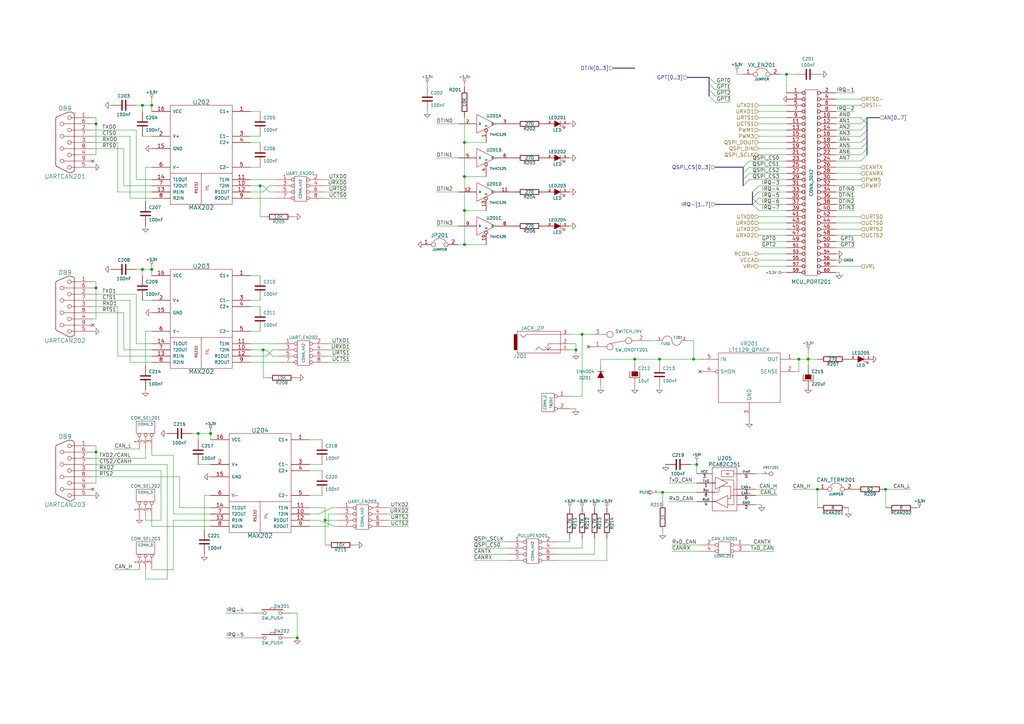
<source format=kicad_sch>
(kicad_sch (version 20250114) (generator "eeschema") (generator_version "9.0")
  (paper "A3")
  (title_block (title "Dev kit coldfire 5213") (date "Sun 22 Mar 2015") (rev "0"))
  (lib_symbols
    (symbol "kit-dev-coldfire-xilinx_5213:+3.3V" (power) (pin_names (offset 0))
      (property "Value" "+3.3V" (at 0 2.794 0))
      (symbol "+3.3V_0_0"
        (pin power_in line (at 0 0 90) (length 0) (hide yes) (name "+3.3V") (number "1"))
      )
    )
    (symbol "kit-dev-coldfire-xilinx_5213:74LS125" (pin_names (offset 0.762))
      (property "Reference" "U" (at 0 2.54 0))
      (property "Value" "74LS125" (at 1.27 -3.81 0))
      (symbol "74LS125_0_0"
        (pin power_in line (at -3.81 3.81 270) (length 0) (hide yes) (name "VCC") (number "14"))
        (pin power_in line (at -3.81 -3.81 90) (length 0) (hide yes) (name "GND") (number "7"))
      )
      (symbol "74LS125_1_0"
        (pin input inverted (at 0 -7.62 90) (length 5.588) (name "E") (number "1"))
      )
      (symbol "74LS125_1_1"
        (pin input line (at -11.43 0 0) (length 7.62) (name "D") (number "2"))
        (pin tri_state line (at 11.43 0 180) (length 7.62) (name "O") (number "3"))
      )
      (symbol "74LS125_2_0"
        (pin input inverted (at 0 -7.62 90) (length 5.588) (name "E") (number "4"))
      )
      (symbol "74LS125_2_1"
        (pin input line (at -11.43 0 0) (length 7.62) (name "D") (number "5"))
        (pin tri_state line (at 11.43 0 180) (length 7.62) (name "O") (number "6"))
      )
      (symbol "74LS125_3_0"
        (pin input inverted (at 0 -7.62 90) (length 5.588) (name "E") (number "10"))
      )
      (symbol "74LS125_3_1"
        (pin input line (at -11.43 0 0) (length 7.62) (name "D") (number "9"))
        (pin tri_state line (at 11.43 0 180) (length 7.62) (name "O") (number "8"))
      )
      (symbol "74LS125_4_0"
        (pin input inverted (at 0 -7.62 90) (length 5.588) (name "E") (number "13"))
      )
      (symbol "74LS125_4_1"
        (pin input line (at -11.43 0 0) (length 7.62) (name "D") (number "12"))
        (pin tri_state line (at 11.43 0 180) (length 7.62) (name "O") (number "11"))
      )
    )
    (symbol "kit-dev-coldfire-xilinx_5213:C" (pin_numbers (hide yes)) (pin_names (offset 0.254))
      (property "Reference" "C" (at 0 2.54 0))
      (property "Value" "C" (at 0.1524 -2.159 0))
      (symbol "C_1_1"
        (pin passive line (at 0 5.08 270) (length 4.318) (name "~") (number "1"))
        (pin passive line (at 0 -5.08 90) (length 4.318) (name "~") (number "2"))
      )
    )
    (symbol "kit-dev-coldfire-xilinx_5213:CONN_1" (pin_names (offset 0.762) (hide yes))
      (property "Reference" "P" (at 2.032 0 0))
      (symbol "CONN_1_1_1"
        (pin passive line (at -3.81 0 0) (length 2.9464) (name "1") (number "1"))
      )
    )
    (symbol "kit-dev-coldfire-xilinx_5213:CONN_2" (pin_names (offset 1.016) (hide yes))
      (property "Reference" "P" (at -1.27 0 90))
      (property "Value" "CONN_2" (at 1.27 0 90))
      (symbol "CONN_2_1_1"
        (pin passive inverted (at -8.89 2.54 0) (length 6.35) (name "P1") (number "1"))
        (pin passive inverted (at -8.89 -2.54 0) (length 6.35) (name "PM") (number "2"))
      )
    )
    (symbol "kit-dev-coldfire-xilinx_5213:CONN_2X2" (pin_names (offset 1.016) (hide yes))
      (property "Reference" "P" (at 0 3.81 0))
      (property "Value" "CONN_2X2" (at 0.254 -3.302 0))
      (symbol "CONN_2X2_1_1"
        (pin passive inverted (at -10.16 1.27 0) (length 7.62) (name "1") (number "1"))
        (pin passive inverted (at -10.16 -1.27 0) (length 7.62) (name "3") (number "3"))
        (pin passive inverted (at 10.16 1.27 180) (length 7.62) (name "2") (number "2"))
        (pin passive inverted (at 10.16 -1.27 180) (length 7.62) (name "4") (number "4"))
      )
    )
    (symbol "kit-dev-coldfire-xilinx_5213:CONN_3" (pin_names (offset 1.016) (hide yes))
      (property "Reference" "K" (at -1.27 0 90))
      (property "Value" "CONN_3" (at 1.27 0 90))
      (symbol "CONN_3_1_1"
        (pin passive inverted (at -8.89 2.54 0) (length 6.35) (name "P1") (number "1"))
        (pin passive inverted (at -8.89 0 0) (length 6.35) (name "PM") (number "2"))
        (pin passive inverted (at -8.89 -2.54 0) (length 6.35) (name "P3") (number "3"))
      )
    )
    (symbol "kit-dev-coldfire-xilinx_5213:CONN_30X2" (pin_names (offset 0.254) (hide yes))
      (property "Reference" "P" (at 0 39.37 0))
      (property "Value" "CONN_30X2" (at 0 0 90))
      (symbol "CONN_30X2_1_1"
        (pin passive inverted (at -10.16 36.83 0) (length 7.62) (name "P1") (number "1"))
        (pin passive inverted (at -10.16 34.29 0) (length 7.62) (name "P3") (number "3"))
        (pin passive inverted (at -10.16 31.75 0) (length 7.62) (name "P5") (number "5"))
        (pin passive inverted (at -10.16 29.21 0) (length 7.62) (name "P7") (number "7"))
        (pin passive inverted (at -10.16 26.67 0) (length 7.62) (name "P9") (number "9"))
        (pin passive inverted (at -10.16 24.13 0) (length 7.62) (name "P11") (number "11"))
        (pin passive inverted (at -10.16 21.59 0) (length 7.62) (name "P13") (number "13"))
        (pin passive inverted (at -10.16 19.05 0) (length 7.62) (name "P15") (number "15"))
        (pin passive inverted (at -10.16 16.51 0) (length 7.62) (name "P17") (number "17"))
        (pin passive inverted (at -10.16 13.97 0) (length 7.62) (name "P19") (number "19"))
        (pin passive inverted (at -10.16 11.43 0) (length 7.62) (name "P21") (number "21"))
        (pin passive inverted (at -10.16 8.89 0) (length 7.62) (name "P23") (number "23"))
        (pin passive inverted (at -10.16 6.35 0) (length 7.62) (name "~") (number "25"))
        (pin passive inverted (at -10.16 3.81 0) (length 7.62) (name "P27") (number "27"))
        (pin passive inverted (at -10.16 1.27 0) (length 7.62) (name "P29") (number "29"))
        (pin passive inverted (at -10.16 -1.27 0) (length 7.62) (name "P31") (number "31"))
        (pin passive inverted (at -10.16 -3.81 0) (length 7.62) (name "P33") (number "33"))
        (pin passive inverted (at -10.16 -6.35 0) (length 7.62) (name "P35") (number "35"))
        (pin passive inverted (at -10.16 -8.89 0) (length 7.62) (name "P37") (number "37"))
        (pin passive inverted (at -10.16 -11.43 0) (length 7.62) (name "P39") (number "39"))
        (pin passive inverted (at -10.16 -13.97 0) (length 7.62) (name "P41") (number "41"))
        (pin passive inverted (at -10.16 -16.51 0) (length 7.62) (name "P43") (number "43"))
        (pin passive inverted (at -10.16 -19.05 0) (length 7.62) (name "P45") (number "45"))
        (pin passive inverted (at -10.16 -21.59 0) (length 7.62) (name "P47") (number "47"))
        (pin passive inverted (at -10.16 -24.13 0) (length 7.62) (name "P49") (number "49"))
        (pin passive inverted (at -10.16 -26.67 0) (length 7.62) (name "P51") (number "51"))
        (pin passive inverted (at -10.16 -29.21 0) (length 7.62) (name "P53") (number "53"))
        (pin passive inverted (at -10.16 -31.75 0) (length 7.62) (name "P55") (number "55"))
        (pin passive inverted (at -10.16 -34.29 0) (length 7.62) (name "P57") (number "57"))
        (pin passive inverted (at -10.16 -36.83 0) (length 7.62) (name "P59") (number "59"))
        (pin passive inverted (at 10.16 36.83 180) (length 7.62) (name "P2") (number "2"))
        (pin passive inverted (at 10.16 34.29 180) (length 7.62) (name "P4") (number "4"))
        (pin passive inverted (at 10.16 31.75 180) (length 7.62) (name "P6") (number "6"))
        (pin passive inverted (at 10.16 29.21 180) (length 7.62) (name "P8") (number "8"))
        (pin passive inverted (at 10.16 26.67 180) (length 7.62) (name "P10") (number "10"))
        (pin passive inverted (at 10.16 24.13 180) (length 7.62) (name "P12") (number "12"))
        (pin passive inverted (at 10.16 21.59 180) (length 7.62) (name "P14") (number "14"))
        (pin passive inverted (at 10.16 19.05 180) (length 7.62) (name "P16") (number "16"))
        (pin passive inverted (at 10.16 16.51 180) (length 7.62) (name "P18") (number "18"))
        (pin passive inverted (at 10.16 13.97 180) (length 7.62) (name "P20") (number "20"))
        (pin passive inverted (at 10.16 11.43 180) (length 7.62) (name "P22") (number "22"))
        (pin passive inverted (at 10.16 8.89 180) (length 7.62) (name "P24") (number "24"))
        (pin passive inverted (at 10.16 6.35 180) (length 7.62) (name "P26") (number "26"))
        (pin passive inverted (at 10.16 3.81 180) (length 7.62) (name "P28") (number "28"))
        (pin passive inverted (at 10.16 1.27 180) (length 7.62) (name "P30") (number "30"))
        (pin passive inverted (at 10.16 -1.27 180) (length 7.62) (name "P32") (number "32"))
        (pin passive inverted (at 10.16 -3.81 180) (length 7.62) (name "P34") (number "34"))
        (pin passive inverted (at 10.16 -6.35 180) (length 7.62) (name "P36") (number "36"))
        (pin passive inverted (at 10.16 -8.89 180) (length 7.62) (name "P38") (number "38"))
        (pin passive inverted (at 10.16 -11.43 180) (length 7.62) (name "P40") (number "40"))
        (pin passive inverted (at 10.16 -13.97 180) (length 7.62) (name "P42") (number "42"))
        (pin passive inverted (at 10.16 -16.51 180) (length 7.62) (name "P44") (number "44"))
        (pin passive inverted (at 10.16 -19.05 180) (length 7.62) (name "P46") (number "46"))
        (pin passive inverted (at 10.16 -21.59 180) (length 7.62) (name "P48") (number "48"))
        (pin passive inverted (at 10.16 -24.13 180) (length 7.62) (name "P50") (number "50"))
        (pin passive inverted (at 10.16 -26.67 180) (length 7.62) (name "P52") (number "52"))
        (pin passive inverted (at 10.16 -29.21 180) (length 7.62) (name "P54") (number "54"))
        (pin passive inverted (at 10.16 -31.75 180) (length 7.62) (name "P56") (number "56"))
        (pin passive inverted (at 10.16 -34.29 180) (length 7.62) (name "P58") (number "58"))
        (pin passive inverted (at 10.16 -36.83 180) (length 7.62) (name "P60") (number "60"))
      )
    )
    (symbol "kit-dev-coldfire-xilinx_5213:CONN_4X2" (pin_names (offset 1.016) (hide yes))
      (property "Reference" "P" (at 0 6.35 0))
      (property "Value" "CONN_4X2" (at 0 0 90))
      (symbol "CONN_4X2_1_1"
        (pin passive inverted (at -10.16 3.81 0) (length 7.62) (name "1") (number "1"))
        (pin passive inverted (at -10.16 1.27 0) (length 7.62) (name "3") (number "3"))
        (pin passive inverted (at -10.16 -1.27 0) (length 7.62) (name "5") (number "5"))
        (pin passive inverted (at -10.16 -3.81 0) (length 7.62) (name "7") (number "7"))
        (pin passive inverted (at 10.16 3.81 180) (length 7.62) (name "2") (number "2"))
        (pin passive inverted (at 10.16 1.27 180) (length 7.62) (name "4") (number "4"))
        (pin passive inverted (at 10.16 -1.27 180) (length 7.62) (name "6") (number "6"))
        (pin passive inverted (at 10.16 -3.81 180) (length 7.62) (name "8") (number "8"))
      )
    )
    (symbol "kit-dev-coldfire-xilinx_5213:CP" (pin_numbers (hide yes)) (pin_names (offset 0.254) (hide yes))
      (property "Reference" "C" (at 1.27 2.54 0))
      (property "Value" "CP" (at 1.27 -2.54 0))
      (symbol "CP_1_1"
        (pin passive line (at 0 5.08 270) (length 3.81) (name "~") (number "1"))
        (pin passive line (at 0 -5.08 90) (length 3.81) (name "~") (number "2"))
      )
    )
    (symbol "kit-dev-coldfire-xilinx_5213:DB9" (pin_names (offset 1.016) (hide yes))
      (property "Reference" "J" (at 0 13.97 0))
      (property "Value" "DB9" (at 0 -13.97 0))
      (symbol "DB9_1_1"
        (pin passive line (at -11.43 10.16 0) (length 7.62) (name "5") (number "5"))
        (pin passive line (at -11.43 7.62 0) (length 7.62) (name "P9") (number "9"))
        (pin passive line (at -11.43 5.08 0) (length 7.62) (name "4") (number "4"))
        (pin passive line (at -11.43 2.54 0) (length 7.62) (name "P8") (number "8"))
        (pin passive line (at -11.43 0 0) (length 7.62) (name "3") (number "3"))
        (pin passive line (at -11.43 -2.54 0) (length 7.62) (name "P7") (number "7"))
        (pin passive line (at -11.43 -5.08 0) (length 7.62) (name "2") (number "2"))
        (pin passive line (at -11.43 -7.62 0) (length 7.62) (name "P6") (number "6"))
        (pin passive line (at -11.43 -10.16 0) (length 7.62) (name "1") (number "1"))
      )
    )
    (symbol "kit-dev-coldfire-xilinx_5213:DIODE" (pin_numbers (hide yes)) (pin_names (offset 1.016) (hide yes))
      (property "Reference" "D" (at 0 2.54 0))
      (property "Value" "DIODE" (at 0 -2.54 0))
      (symbol "DIODE_1_1"
        (pin passive line (at -3.81 0 0) (length 2.54) (name "K") (number "1"))
        (pin passive line (at 3.81 0 180) (length 2.54) (name "A") (number "2"))
      )
    )
    (symbol "kit-dev-coldfire-xilinx_5213:FUSE" (pin_names (offset 0.254))
      (property "Reference" "F" (at 2.54 1.27 0))
      (property "Value" "FUSE" (at -2.54 -1.27 0))
      (symbol "FUSE_1_1"
        (pin input line (at -6.35 0 0) (length 2.54) (name "~") (number "1"))
        (pin input line (at 6.35 0 180) (length 2.54) (name "~") (number "2"))
      )
    )
    (symbol "kit-dev-coldfire-xilinx_5213:GND" (power) (pin_names (offset 0))
      (symbol "GND_1_1"
        (pin power_in line (at 0 0 90) (length 0) (hide yes) (name "GND") (number "1"))
      )
    )
    (symbol "kit-dev-coldfire-xilinx_5213:GNDA" (power) (pin_names (offset 0))
      (property "Value" "GNDA" (at 0 -1.778 0))
      (symbol "GNDA_1_1"
        (pin power_in line (at 0 0 90) (length 0) (hide yes) (name "GNDA") (number "1"))
      )
    )
    (symbol "kit-dev-coldfire-xilinx_5213:JACK_2P" (pin_names (offset 1.016))
      (property "Reference" "J" (at -8.89 -5.08 0))
      (property "Value" "JACK_2P" (at -3.81 6.35 0))
      (symbol "JACK_2P_1_1"
        (pin passive line (at 11.43 3.81 180) (length 3.81) (name "~") (number "3"))
        (pin passive line (at 11.43 0 180) (length 3.81) (name "~") (number "2"))
        (pin passive line (at 11.43 -2.54 180) (length 3.81) (name "~") (number "1"))
      )
    )
    (symbol "kit-dev-coldfire-xilinx_5213:JUMPER" (pin_names (offset 0.762) (hide yes))
      (property "Reference" "JP" (at 0 3.81 0))
      (property "Value" "JUMPER" (at 0 -2.032 0))
      (symbol "JUMPER_0_1"
        (pin passive line (at -7.62 0 0) (length 4.191) (name "1") (number "1"))
        (pin passive line (at 7.62 0 180) (length 4.191) (name "2") (number "2"))
      )
    )
    (symbol "kit-dev-coldfire-xilinx_5213:LED" (pin_names (offset 1.016) (hide yes))
      (property "Reference" "D" (at 0 2.54 0))
      (property "Value" "LED" (at 0 -2.54 0))
      (symbol "LED_1_1"
        (pin passive line (at -5.08 0 0) (length 3.81) (name "A") (number "2"))
        (pin passive line (at 5.08 0 180) (length 3.81) (name "K") (number "1"))
      )
    )
    (symbol "kit-dev-coldfire-xilinx_5213:LT1129_QPACK" (pin_names (offset 0.762))
      (property "Reference" "U" (at 6.35 11.43 0))
      (property "Value" "LT1129_QPACK" (at 12.7 -12.573 0))
      (symbol "LT1129_QPACK_1_1"
        (pin input line (at -20.32 7.62 0) (length 7.62) (name "IN") (number "5"))
        (pin input inverted (at -20.32 2.54 0) (length 7.62) (name "SHDN") (number "4"))
        (pin power_in line (at 0 -17.78 90) (length 7.62) (name "GND") (number "3"))
        (pin power_out line (at 20.32 7.62 180) (length 7.62) (name "OUT") (number "1"))
        (pin input line (at 20.32 2.54 180) (length 7.62) (name "SENSE") (number "2"))
      )
    )
    (symbol "kit-dev-coldfire-xilinx_5213:MAX202" (pin_names (offset 1.016))
      (property "Reference" "U" (at 0 21.59 0))
      (property "Value" "MAX202" (at 0 -21.59 0))
      (symbol "MAX202_0_0"
        (text "TTL" (at -2.54 -13.462 900) (effects (font (size 1.016 1.016))))
        (text "RS232" (at 2.032 -13.462 900) (effects (font (size 1.016 1.016))))
      )
      (symbol "MAX202_1_1"
        (pin input line (at -20.32 17.78 0) (length 7.62) (name "C1+") (number "1"))
        (pin input line (at -20.32 7.62 0) (length 7.62) (name "C1-") (number "3"))
        (pin input line (at -20.32 5.08 0) (length 7.62) (name "C2+") (number "4"))
        (pin input line (at -20.32 -5.08 0) (length 7.62) (name "C2-") (number "5"))
        (pin input line (at -20.32 -10.16 0) (length 7.62) (name "T1IN") (number "11"))
        (pin input line (at -20.32 -12.7 0) (length 7.62) (name "T2IN") (number "10"))
        (pin output line (at -20.32 -15.24 0) (length 7.62) (name "R1OUT") (number "12"))
        (pin output line (at -20.32 -17.78 0) (length 7.62) (name "R2OUT") (number "9"))
        (pin power_in line (at 20.32 17.78 180) (length 7.62) (name "VCC") (number "16"))
        (pin power_out line (at 20.32 7.62 180) (length 7.62) (name "V+") (number "2"))
        (pin power_in line (at 20.32 2.54 180) (length 7.62) (name "GND") (number "15"))
        (pin power_out line (at 20.32 -5.08 180) (length 7.62) (name "V-") (number "6"))
        (pin output line (at 20.32 -10.16 180) (length 7.62) (name "T1OUT") (number "14"))
        (pin output line (at 20.32 -12.7 180) (length 7.62) (name "T2OUT") (number "7"))
        (pin input line (at 20.32 -15.24 180) (length 7.62) (name "R1IN") (number "13"))
        (pin input line (at 20.32 -17.78 180) (length 7.62) (name "R2IN") (number "8"))
      )
    )
    (symbol "kit-dev-coldfire-xilinx_5213:PCA82C251" (pin_names (offset 0))
      (property "Reference" "U" (at 3.81 11.43 0))
      (property "Value" "PCA82C251" (at 7.62 -8.89 0))
      (symbol "PCA82C251_0_1"
        (text "Volt" (at 1.27 7.62 0) (effects (font (size 0.508 0.508) (bold yes))))
      )
      (symbol "PCA82C251_1_1"
        (pin power_in line (at -11.43 7.62 0) (length 6.35) (name "VCC") (number "3"))
        (pin input line (at -11.43 3.81 0) (length 7.62) (name "TxD") (number "1"))
        (pin input line (at -11.43 0 0) (length 7.62) (name "Rsl") (number "8"))
        (pin output line (at -11.43 -3.81 0) (length 7.62) (name "RxD") (number "4"))
        (pin output line (at 12.7 7.62 180) (length 7.62) (name "Vref") (number "5"))
        (pin bidirectional line (at 12.7 1.27 180) (length 7.62) (name "CAN+") (number "7"))
        (pin bidirectional line (at 12.7 -1.27 180) (length 7.62) (name "CAN-") (number "6"))
        (pin power_in line (at 12.7 -5.08 180) (length 7.62) (name "GND") (number "2"))
      )
    )
    (symbol "kit-dev-coldfire-xilinx_5213:R" (pin_numbers (hide yes)) (pin_names (offset 0))
      (property "Reference" "R" (at 2.032 0 90))
      (property "Value" "R" (at 0.1778 0.0254 90))
      (symbol "R_1_1"
        (pin passive line (at 0 6.35 270) (length 2.54) (name "~") (number "1"))
        (pin passive line (at 0 -6.35 90) (length 2.54) (name "~") (number "2"))
      )
    )
    (symbol "kit-dev-coldfire-xilinx_5213:SWITCH_INV" (pin_numbers (hide yes)) (pin_names (offset 0))
      (property "Reference" "SW" (at -5.08 3.81 0))
      (property "Value" "SWITCH_INV" (at -3.81 -3.81 0))
      (symbol "SWITCH_INV_1_1"
        (pin passive line (at -12.7 0 0) (length 7.62) (name "2") (number "2"))
        (pin passive line (at 12.7 2.54 180) (length 7.62) (name "1") (number "1"))
        (pin passive line (at 12.7 -2.54 180) (length 7.62) (name "3") (number "3"))
      )
    )
    (symbol "kit-dev-coldfire-xilinx_5213:SW_PUSH" (pin_numbers (hide yes)) (pin_names (offset 1.016) (hide yes))
      (property "Reference" "SW" (at 3.81 2.794 0))
      (property "Value" "SW_PUSH" (at 0 -2.032 0))
      (symbol "SW_PUSH_0_1"
        (pin passive inverted (at -7.62 0 0) (length 5.08) (name "1") (number "1"))
        (pin passive inverted (at 7.62 0 180) (length 5.08) (name "2") (number "2"))
      )
    )
  )
  (junction (at 238.76 137.16) (diameter 1.016))
  (junction (at 81.28 177.8) (diameter 1.016))
  (junction (at 62.23 43.18) (diameter 1.016))
  (junction (at 62.23 110.49) (diameter 1.016))
  (junction (at 133.35 213.36) (diameter 1.016))
  (junction (at 327.66 147.32) (diameter 1.016))
  (junction (at 58.42 110.49) (diameter 1.016))
  (junction (at 58.42 43.18) (diameter 1.016))
  (junction (at 285.75 190.5) (diameter 1.016))
  (junction (at 322.58 30.48) (diameter 1.016))
  (junction (at 271.78 201.93) (diameter 1.016))
  (junction (at 86.36 177.8) (diameter 1.016))
  (junction (at 39.37 50.8) (diameter 1.016))
  (junction (at 331.47 147.32) (diameter 1.016))
  (junction (at 190.5 100.33) (diameter 1.016))
  (junction (at 107.95 143.51) (diameter 1.016))
  (junction (at 190.5 58.42) (diameter 1.016))
  (junction (at 260.35 147.32) (diameter 1.016))
  (junction (at 284.48 147.32) (diameter 1.016))
  (junction (at 270.51 147.32) (diameter 1.016))
  (junction (at 236.22 143.51) (diameter 1.016))
  (junction (at 39.37 185.42) (diameter 1.016))
  (junction (at 106.68 76.2) (diameter 1.016))
  (junction (at 121.92 261.62) (diameter 1.016))
  (junction (at 363.22 200.66) (diameter 1.016))
  (junction (at 190.5 72.39) (diameter 1.016))
  (junction (at 190.5 86.36) (diameter 1.016))
  (junction (at 39.37 118.11) (diameter 1.016))
  (junction (at 335.28 200.66) (diameter 1.016))
  (no_connect (at 38.1 133.35))
  (no_connect (at 38.1 66.04))
  (no_connect (at 38.1 200.66))
  (no_connect (at 241.3 142.24))
  (no_connect (at 287.02 152.4))
  (bus_entry (at 353.06 58.42) (size 2.54 -2.54) (stroke (width 0.1524)))
  (bus_entry (at 353.06 48.26) (size 2.54 2.54) (stroke (width 0.1524)))
  (bus_entry (at 293.37 39.37) (size -2.54 -2.54) (stroke (width 0.1524)))
  (bus_entry (at 304.8 68.58) (size 2.54 -2.54) (stroke (width 0.1524)))
  (bus_entry (at 311.15 83.82) (size -2.54 -2.54) (stroke (width 0.1524)))
  (bus_entry (at 353.06 53.34) (size 2.54 -2.54) (stroke (width 0.1524)))
  (bus_entry (at 304.8 73.66) (size 2.54 -2.54) (stroke (width 0.1524)))
  (bus_entry (at 293.37 41.91) (size -2.54 -2.54) (stroke (width 0.1524)))
  (bus_entry (at 293.37 34.29) (size -2.54 -2.54) (stroke (width 0.1524)))
  (bus_entry (at 308.61 81.28) (size 2.54 -2.54) (stroke (width 0.1524)))
  (bus_entry (at 353.06 55.88) (size 2.54 -2.54) (stroke (width 0.1524)))
  (bus_entry (at 304.8 71.12) (size 2.54 -2.54) (stroke (width 0.1524)))
  (bus_entry (at 353.06 63.5) (size 2.54 -2.54) (stroke (width 0.1524)))
  (bus_entry (at 353.06 66.04) (size 2.54 -2.54) (stroke (width 0.1524)))
  (bus_entry (at 308.61 78.74) (size 2.54 -2.54) (stroke (width 0.1524)))
  (bus_entry (at 353.06 60.96) (size 2.54 -2.54) (stroke (width 0.1524)))
  (bus_entry (at 311.15 86.36) (size -2.54 -2.54) (stroke (width 0.1524)))
  (bus_entry (at 308.61 83.82) (size 2.54 -2.54) (stroke (width 0.1524)))
  (bus_entry (at 304.8 76.2) (size 2.54 -2.54) (stroke (width 0.1524)))
  (bus_entry (at 353.06 50.8) (size 2.54 -2.54) (stroke (width 0.1524)))
  (bus_entry (at 293.37 36.83) (size -2.54 -2.54) (stroke (width 0.1524)))
  (wire (pts (xy 119.38 261.62) (xy 121.92 261.62)))
  (wire (pts (xy 106.68 135.89) (xy 102.87 135.89)))
  (wire (pts (xy 363.22 208.28) (xy 363.22 200.66)))
  (wire (pts (xy 114.3 146.05) (xy 111.76 146.05)))
  (wire (pts (xy 350.52 38.1) (xy 342.9 38.1)))
  (wire (pts (xy 48.26 125.73) (xy 48.26 146.05)))
  (wire (pts (xy 311.15 109.22) (xy 322.58 109.22)))
  (wire (pts (xy 106.68 76.2) (xy 106.68 88.9)))
  (wire (pts (xy 337.82 30.48) (xy 336.55 30.48)))
  (wire (pts (xy 285.75 189.23) (xy 285.75 190.5)))
  (wire (pts (xy 62.23 40.64) (xy 62.23 43.18)))
  (wire (pts (xy 307.34 71.12) (xy 322.58 71.12)))
  (wire (pts (xy 102.87 73.66) (xy 113.03 73.66)))
  (wire (pts (xy 39.37 115.57) (xy 39.37 118.11)))
  (wire (pts (xy 71.12 213.36) (xy 86.36 213.36)))
  (wire (pts (xy 143.51 146.05) (xy 134.62 146.05)))
  (wire (pts (xy 106.68 113.03) (xy 102.87 113.03)))
  (wire (pts (xy 71.12 210.82) (xy 71.12 186.69)))
  (wire (pts (xy 132.08 203.2) (xy 127 203.2)))
  (wire (pts (xy 73.66 208.28) (xy 86.36 208.28)))
  (wire (pts (xy 83.82 228.6) (xy 83.82 227.33)))
  (wire (pts (xy 353.06 88.9) (xy 342.9 88.9)))
  (bus (pts (xy 251.46 27.94) (xy 260.35 27.94)))
  (wire (pts (xy 102.87 76.2) (xy 106.68 76.2)))
  (wire (pts (xy 331.47 143.51) (xy 331.47 147.32)))
  (wire (pts (xy 83.82 217.17) (xy 83.82 203.2)))
  (wire (pts (xy 62.23 81.28) (xy 53.34 81.28)))
  (wire (pts (xy 137.16 215.9) (xy 130.81 213.36)))
  (wire (pts (xy 285.75 205.74) (xy 274.32 205.74)))
  (wire (pts (xy 38.1 53.34) (xy 55.88 53.34)))
  (wire (pts (xy 106.68 88.9) (xy 107.95 88.9)))
  (wire (pts (xy 236.22 140.97) (xy 233.68 140.97)))
  (wire (pts (xy 187.96 78.74) (xy 179.07 78.74)))
  (wire (pts (xy 55.88 73.66) (xy 62.23 73.66)))
  (wire (pts (xy 350.52 45.72) (xy 342.9 45.72)))
  (wire (pts (xy 344.17 104.14) (xy 342.9 104.14)))
  (wire (pts (xy 167.64 208.28) (xy 158.75 208.28)))
  (wire (pts (xy 109.22 146.05) (xy 102.87 146.05)))
  (wire (pts (xy 175.26 34.29) (xy 175.26 35.56)))
  (wire (pts (xy 106.68 68.58) (xy 102.87 68.58)))
  (wire (pts (xy 66.04 193.04) (xy 38.1 193.04)))
  (wire (pts (xy 59.69 212.09) (xy 59.69 213.36)))
  (wire (pts (xy 190.5 72.39) (xy 190.5 86.36)))
  (wire (pts (xy 353.06 73.66) (xy 342.9 73.66)))
  (wire (pts (xy 238.76 137.16) (xy 241.3 137.16)))
  (wire (pts (xy 38.1 120.65) (xy 55.88 120.65)))
  (wire (pts (xy 38.1 128.27) (xy 50.8 128.27)))
  (wire (pts (xy 331.47 147.32) (xy 331.47 149.86)))
  (wire (pts (xy 134.62 215.9) (xy 134.62 210.82)))
  (wire (pts (xy 311.15 76.2) (xy 322.58 76.2)))
  (wire (pts (xy 39.37 63.5) (xy 38.1 63.5)))
  (wire (pts (xy 302.26 30.48) (xy 304.8 30.48)))
  (bus (pts (xy 290.83 36.83) (xy 290.83 39.37)))
  (bus (pts (xy 355.6 48.26) (xy 355.6 50.8)))
  (bus (pts (xy 355.6 50.8) (xy 355.6 53.34)))
  (wire (pts (xy 335.28 200.66) (xy 335.28 208.28)))
  (wire (pts (xy 353.06 48.26) (xy 342.9 48.26)))
  (wire (pts (xy 143.51 140.97) (xy 134.62 140.97)))
  (wire (pts (xy 53.34 123.19) (xy 38.1 123.19)))
  (wire (pts (xy 107.95 78.74) (xy 102.87 78.74)))
  (wire (pts (xy 106.68 55.88) (xy 102.87 55.88)))
  (wire (pts (xy 48.26 146.05) (xy 62.23 146.05)))
  (wire (pts (xy 73.66 195.58) (xy 38.1 195.58)))
  (wire (pts (xy 311.15 86.36) (xy 322.58 86.36)))
  (wire (pts (xy 57.15 213.36) (xy 57.15 212.09)))
  (wire (pts (xy 353.06 93.98) (xy 342.9 93.98)))
  (wire (pts (xy 38.1 58.42) (xy 48.26 58.42)))
  (wire (pts (xy 190.5 86.36) (xy 190.5 100.33)))
  (wire (pts (xy 53.34 148.59) (xy 53.34 123.19)))
  (wire (pts (xy 311.15 81.28) (xy 322.58 81.28)))
  (wire (pts (xy 363.22 200.66) (xy 373.38 200.66)))
  (wire (pts (xy 66.04 213.36) (xy 66.04 193.04)))
  (wire (pts (xy 190.5 48.26) (xy 190.5 58.42)))
  (wire (pts (xy 233.68 220.98) (xy 233.68 222.25)))
  (wire (pts (xy 190.5 58.42) (xy 190.5 72.39)))
  (wire (pts (xy 109.22 154.94) (xy 107.95 154.94)))
  (wire (pts (xy 311.15 93.98) (xy 322.58 93.98)))
  (wire (pts (xy 39.37 130.81) (xy 38.1 130.81)))
  (wire (pts (xy 62.23 110.49) (xy 62.23 113.03)))
  (wire (pts (xy 344.17 111.76) (xy 342.9 111.76)))
  (wire (pts (xy 175.26 45.72) (xy 175.26 46.99)))
  (wire (pts (xy 102.87 148.59) (xy 114.3 148.59)))
  (wire (pts (xy 133.35 208.28) (xy 133.35 213.36)))
  (wire (pts (xy 187.96 50.8) (xy 179.07 50.8)))
  (wire (pts (xy 353.06 76.2) (xy 342.9 76.2)))
  (wire (pts (xy 127 210.82) (xy 130.81 210.82)))
  (wire (pts (xy 190.5 72.39) (xy 199.39 72.39)))
  (wire (pts (xy 342.9 83.82) (xy 350.52 83.82)))
  (wire (pts (xy 111.76 146.05) (xy 109.22 143.51)))
  (wire (pts (xy 311.15 91.44) (xy 322.58 91.44)))
  (wire (pts (xy 38.1 50.8) (xy 39.37 50.8)))
  (wire (pts (xy 284.48 147.32) (xy 287.02 147.32)))
  (wire (pts (xy 281.94 139.7) (xy 284.48 139.7)))
  (wire (pts (xy 342.9 40.64) (xy 353.06 40.64)))
  (wire (pts (xy 107.95 154.94) (xy 107.95 143.51)))
  (wire (pts (xy 132.08 193.04) (xy 127 193.04)))
  (wire (pts (xy 113.03 76.2) (xy 110.49 76.2)))
  (bus (pts (xy 290.83 34.29) (xy 290.83 36.83)))
  (wire (pts (xy 39.37 68.58) (xy 38.1 68.58)))
  (wire (pts (xy 143.51 148.59) (xy 134.62 148.59)))
  (wire (pts (xy 48.26 58.42) (xy 48.26 78.74)))
  (bus (pts (xy 304.8 73.66) (xy 304.8 76.2)))
  (wire (pts (xy 234.95 64.77) (xy 233.68 64.77)))
  (wire (pts (xy 62.23 109.22) (xy 62.23 110.49)))
  (wire (pts (xy 39.37 118.11) (xy 39.37 130.81)))
  (wire (pts (xy 62.23 186.69) (xy 62.23 184.15)))
  (wire (pts (xy 311.15 78.74) (xy 322.58 78.74)))
  (wire (pts (xy 270.51 201.93) (xy 271.78 201.93)))
  (wire (pts (xy 102.87 81.28) (xy 113.03 81.28)))
  (wire (pts (xy 83.82 203.2) (xy 86.36 203.2)))
  (wire (pts (xy 342.9 71.12) (xy 353.06 71.12)))
  (wire (pts (xy 39.37 185.42) (xy 39.37 198.12)))
  (wire (pts (xy 71.12 233.68) (xy 71.12 213.36)))
  (wire (pts (xy 106.68 123.19) (xy 102.87 123.19)))
  (wire (pts (xy 138.43 215.9) (xy 137.16 215.9)))
  (wire (pts (xy 106.68 125.73) (xy 102.87 125.73)))
  (wire (pts (xy 106.68 76.2) (xy 107.95 76.2)))
  (wire (pts (xy 342.9 68.58) (xy 353.06 68.58)))
  (wire (pts (xy 86.36 177.8) (xy 86.36 180.34)))
  (bus (pts (xy 355.6 58.42) (xy 355.6 60.96)))
  (bus (pts (xy 293.37 68.58) (xy 304.8 68.58)))
  (bus (pts (xy 308.61 78.74) (xy 308.61 81.28)))
  (wire (pts (xy 59.69 82.55) (xy 59.69 68.58)))
  (wire (pts (xy 275.59 223.52) (xy 287.02 223.52)))
  (wire (pts (xy 302.26 29.21) (xy 302.26 30.48)))
  (wire (pts (xy 142.24 76.2) (xy 133.35 76.2)))
  (wire (pts (xy 86.36 190.5) (xy 81.28 190.5)))
  (wire (pts (xy 312.42 101.6) (xy 322.58 101.6)))
  (wire (pts (xy 287.02 226.06) (xy 275.59 226.06)))
  (wire (pts (xy 312.42 208.28) (xy 312.42 207.01)))
  (wire (pts (xy 353.06 63.5) (xy 342.9 63.5)))
  (wire (pts (xy 39.37 50.8) (xy 39.37 63.5)))
  (wire (pts (xy 299.72 41.91) (xy 293.37 41.91)))
  (wire (pts (xy 353.06 53.34) (xy 342.9 53.34)))
  (wire (pts (xy 318.77 203.2) (xy 309.88 203.2)))
  (wire (pts (xy 110.49 78.74) (xy 107.95 76.2)))
  (wire (pts (xy 59.69 135.89) (xy 62.23 135.89)))
  (wire (pts (xy 271.78 205.74) (xy 271.78 201.93)))
  (wire (pts (xy 39.37 135.89) (xy 38.1 135.89)))
  (wire (pts (xy 130.81 213.36) (xy 127 213.36)))
  (wire (pts (xy 44.45 110.49) (xy 45.72 110.49)))
  (wire (pts (xy 81.28 177.8) (xy 81.28 180.34)))
  (wire (pts (xy 311.15 88.9) (xy 322.58 88.9)))
  (wire (pts (xy 143.51 143.51) (xy 134.62 143.51)))
  (wire (pts (xy 121.92 261.62) (xy 121.92 262.89)))
  (wire (pts (xy 311.15 45.72) (xy 322.58 45.72)))
  (wire (pts (xy 311.15 96.52) (xy 322.58 96.52)))
  (wire (pts (xy 236.22 140.97) (xy 236.22 143.51)))
  (wire (pts (xy 248.92 229.87) (xy 248.92 220.98)))
  (wire (pts (xy 246.38 160.02) (xy 246.38 157.48)))
  (wire (pts (xy 344.17 113.03) (xy 344.17 111.76)))
  (wire (pts (xy 132.08 180.34) (xy 127 180.34)))
  (wire (pts (xy 62.23 233.68) (xy 71.12 233.68)))
  (wire (pts (xy 127 215.9) (xy 134.62 215.9)))
  (wire (pts (xy 55.88 140.97) (xy 62.23 140.97)))
  (wire (pts (xy 135.89 208.28) (xy 130.81 210.82)))
  (wire (pts (xy 234.95 50.8) (xy 233.68 50.8)))
  (wire (pts (xy 271.78 201.93) (xy 285.75 201.93)))
  (wire (pts (xy 44.45 43.18) (xy 45.72 43.18)))
  (wire (pts (xy 312.42 207.01) (xy 309.88 207.01)))
  (wire (pts (xy 269.24 139.7) (xy 266.7 139.7)))
  (wire (pts (xy 238.76 162.56) (xy 238.76 137.16)))
  (wire (pts (xy 38.1 115.57) (xy 39.37 115.57)))
  (wire (pts (xy 325.12 200.66) (xy 335.28 200.66)))
  (wire (pts (xy 58.42 113.03) (xy 58.42 110.49)))
  (wire (pts (xy 299.72 36.83) (xy 293.37 36.83)))
  (wire (pts (xy 107.95 143.51) (xy 109.22 143.51)))
  (wire (pts (xy 273.05 190.5) (xy 273.05 191.77)))
  (wire (pts (xy 142.24 81.28) (xy 133.35 81.28)))
  (wire (pts (xy 299.72 34.29) (xy 293.37 34.29)))
  (wire (pts (xy 132.08 190.5) (xy 127 190.5)))
  (wire (pts (xy 190.5 100.33) (xy 199.39 100.33)))
  (wire (pts (xy 106.68 58.42) (xy 102.87 58.42)))
  (wire (pts (xy 311.15 60.96) (xy 322.58 60.96)))
  (wire (pts (xy 147.32 223.52) (xy 146.05 223.52)))
  (wire (pts (xy 311.15 58.42) (xy 322.58 58.42)))
  (wire (pts (xy 38.1 60.96) (xy 50.8 60.96)))
  (wire (pts (xy 59.69 237.49) (xy 68.58 237.49)))
  (wire (pts (xy 38.1 118.11) (xy 39.37 118.11)))
  (wire (pts (xy 133.35 213.36) (xy 133.35 223.52)))
  (wire (pts (xy 167.64 210.82) (xy 158.75 210.82)))
  (wire (pts (xy 39.37 198.12) (xy 38.1 198.12)))
  (bus (pts (xy 290.83 31.75) (xy 290.83 34.29)))
  (wire (pts (xy 62.23 43.18) (xy 62.23 45.72)))
  (wire (pts (xy 327.66 147.32) (xy 327.66 152.4)))
  (wire (pts (xy 311.15 48.26) (xy 322.58 48.26)))
  (wire (pts (xy 307.34 73.66) (xy 322.58 73.66)))
  (wire (pts (xy 110.49 76.2) (xy 107.95 78.74)))
  (wire (pts (xy 38.1 185.42) (xy 39.37 185.42)))
  (wire (pts (xy 327.66 147.32) (xy 331.47 147.32)))
  (wire (pts (xy 38.1 125.73) (xy 48.26 125.73)))
  (wire (pts (xy 138.43 213.36) (xy 133.35 213.36)))
  (wire (pts (xy 320.04 30.48) (xy 322.58 30.48)))
  (wire (pts (xy 138.43 208.28) (xy 135.89 208.28)))
  (wire (pts (xy 62.23 215.9) (xy 86.36 215.9)))
  (wire (pts (xy 58.42 110.49) (xy 62.23 110.49)))
  (wire (pts (xy 60.96 60.96) (xy 62.23 60.96)))
  (wire (pts (xy 38.1 182.88) (xy 39.37 182.88)))
  (wire (pts (xy 285.75 190.5) (xy 285.75 194.31)))
  (wire (pts (xy 111.76 143.51) (xy 109.22 146.05)))
  (wire (pts (xy 57.15 233.68) (xy 46.99 233.68)))
  (bus (pts (xy 281.94 31.75) (xy 290.83 31.75)))
  (wire (pts (xy 134.62 210.82) (xy 138.43 210.82)))
  (wire (pts (xy 39.37 182.88) (xy 39.37 185.42)))
  (wire (pts (xy 50.8 143.51) (xy 62.23 143.51)))
  (wire (pts (xy 50.8 76.2) (xy 62.23 76.2)))
  (wire (pts (xy 55.88 120.65) (xy 55.88 140.97)))
  (wire (pts (xy 102.87 143.51) (xy 107.95 143.51)))
  (wire (pts (xy 353.06 109.22) (xy 342.9 109.22)))
  (wire (pts (xy 39.37 48.26) (xy 39.37 50.8)))
  (wire (pts (xy 121.92 251.46) (xy 119.38 251.46)))
  (wire (pts (xy 353.06 58.42) (xy 342.9 58.42)))
  (wire (pts (xy 311.15 50.8) (xy 322.58 50.8)))
  (wire (pts (xy 102.87 140.97) (xy 114.3 140.97)))
  (wire (pts (xy 48.26 78.74) (xy 62.23 78.74)))
  (wire (pts (xy 321.31 111.76) (xy 322.58 111.76)))
  (wire (pts (xy 71.12 186.69) (xy 62.23 186.69)))
  (wire (pts (xy 142.24 78.74) (xy 133.35 78.74)))
  (wire (pts (xy 58.42 45.72) (xy 58.42 43.18)))
  (wire (pts (xy 57.15 184.15) (xy 46.99 184.15)))
  (bus (pts (xy 360.68 48.26) (xy 355.6 48.26)))
  (wire (pts (xy 59.69 160.02) (xy 59.69 161.29)))
  (wire (pts (xy 307.34 68.58) (xy 322.58 68.58)))
  (wire (pts (xy 53.34 55.88) (xy 38.1 55.88)))
  (wire (pts (xy 375.92 208.28) (xy 377.19 208.28)))
  (wire (pts (xy 133.35 208.28) (xy 127 208.28)))
  (wire (pts (xy 62.23 148.59) (xy 53.34 148.59)))
  (wire (pts (xy 270.51 147.32) (xy 284.48 147.32)))
  (wire (pts (xy 353.06 96.52) (xy 342.9 96.52)))
  (bus (pts (xy 355.6 53.34) (xy 355.6 55.88)))
  (wire (pts (xy 123.19 154.94) (xy 121.92 154.94)))
  (wire (pts (xy 243.84 227.33) (xy 228.6 227.33)))
  (wire (pts (xy 246.38 147.32) (xy 246.38 149.86)))
  (wire (pts (xy 208.28 227.33) (xy 194.31 227.33)))
  (wire (pts (xy 59.69 68.58) (xy 62.23 68.58)))
  (wire (pts (xy 58.42 43.18) (xy 62.23 43.18)))
  (wire (pts (xy 187.96 64.77) (xy 179.07 64.77)))
  (wire (pts (xy 167.64 215.9) (xy 158.75 215.9)))
  (wire (pts (xy 190.5 86.36) (xy 199.39 86.36)))
  (bus (pts (xy 308.61 81.28) (xy 308.61 83.82)))
  (wire (pts (xy 92.71 261.62) (xy 104.14 261.62)))
  (wire (pts (xy 353.06 60.96) (xy 342.9 60.96)))
  (wire (pts (xy 331.47 147.32) (xy 335.28 147.32)))
  (wire (pts (xy 271.78 219.71) (xy 271.78 218.44)))
  (wire (pts (xy 246.38 147.32) (xy 260.35 147.32)))
  (wire (pts (xy 59.69 149.86) (xy 59.69 135.89)))
  (wire (pts (xy 228.6 224.79) (xy 238.76 224.79)))
  (wire (pts (xy 342.9 86.36) (xy 350.52 86.36)))
  (wire (pts (xy 187.96 100.33) (xy 190.5 100.33)))
  (wire (pts (xy 238.76 224.79) (xy 238.76 220.98)))
  (wire (pts (xy 85.09 195.58) (xy 86.36 195.58)))
  (wire (pts (xy 228.6 229.87) (xy 248.92 229.87)))
  (wire (pts (xy 38.1 48.26) (xy 39.37 48.26)))
  (wire (pts (xy 312.42 194.31) (xy 309.88 194.31)))
  (wire (pts (xy 120.65 88.9) (xy 121.92 88.9)))
  (wire (pts (xy 167.64 213.36) (xy 158.75 213.36)))
  (wire (pts (xy 60.96 128.27) (xy 62.23 128.27)))
  (wire (pts (xy 353.06 55.88) (xy 342.9 55.88)))
  (bus (pts (xy 304.8 71.12) (xy 304.8 73.66)))
  (wire (pts (xy 59.69 184.15) (xy 59.69 187.96)))
  (wire (pts (xy 39.37 203.2) (xy 38.1 203.2)))
  (wire (pts (xy 114.3 143.51) (xy 111.76 143.51)))
  (wire (pts (xy 316.23 223.52) (xy 307.34 223.52)))
  (wire (pts (xy 274.32 198.12) (xy 285.75 198.12)))
  (wire (pts (xy 187.96 92.71) (xy 179.07 92.71)))
  (bus (pts (xy 304.8 68.58) (xy 304.8 71.12)))
  (wire (pts (xy 50.8 128.27) (xy 50.8 143.51)))
  (wire (pts (xy 55.88 110.49) (xy 58.42 110.49)))
  (wire (pts (xy 322.58 30.48) (xy 326.39 30.48)))
  (wire (pts (xy 311.15 63.5) (xy 322.58 63.5)))
  (wire (pts (xy 311.15 106.68) (xy 322.58 106.68)))
  (wire (pts (xy 347.98 208.28) (xy 347.98 210.82)))
  (wire (pts (xy 233.68 222.25) (xy 228.6 222.25)))
  (wire (pts (xy 342.9 81.28) (xy 350.52 81.28)))
  (wire (pts (xy 312.42 99.06) (xy 322.58 99.06)))
  (wire (pts (xy 55.88 43.18) (xy 58.42 43.18)))
  (wire (pts (xy 322.58 38.1) (xy 322.58 30.48)))
  (wire (pts (xy 233.68 143.51) (xy 236.22 143.51)))
  (wire (pts (xy 236.22 167.64) (xy 233.68 167.64)))
  (wire (pts (xy 311.15 55.88) (xy 322.58 55.88)))
  (wire (pts (xy 106.68 45.72) (xy 102.87 45.72)))
  (wire (pts (xy 208.28 229.87) (xy 194.31 229.87)))
  (wire (pts (xy 81.28 177.8) (xy 86.36 177.8)))
  (wire (pts (xy 307.34 66.04) (xy 322.58 66.04)))
  (wire (pts (xy 190.5 34.29) (xy 190.5 35.56)))
  (wire (pts (xy 142.24 73.66) (xy 133.35 73.66)))
  (wire (pts (xy 260.35 147.32) (xy 270.51 147.32)))
  (wire (pts (xy 299.72 39.37) (xy 293.37 39.37)))
  (wire (pts (xy 234.95 78.74) (xy 233.68 78.74)))
  (wire (pts (xy 78.74 177.8) (xy 81.28 177.8)))
  (wire (pts (xy 350.52 99.06) (xy 342.9 99.06)))
  (wire (pts (xy 236.22 168.91) (xy 236.22 167.64)))
  (wire (pts (xy 50.8 60.96) (xy 50.8 76.2)))
  (wire (pts (xy 92.71 251.46) (xy 104.14 251.46)))
  (wire (pts (xy 350.52 101.6) (xy 342.9 101.6)))
  (wire (pts (xy 86.36 210.82) (xy 71.12 210.82)))
  (wire (pts (xy 73.66 208.28) (xy 73.66 195.58)))
  (bus (pts (xy 355.6 55.88) (xy 355.6 58.42)))
  (wire (pts (xy 59.69 187.96) (xy 38.1 187.96)))
  (wire (pts (xy 208.28 224.79) (xy 194.31 224.79)))
  (wire (pts (xy 234.95 92.71) (xy 233.68 92.71)))
  (bus (pts (xy 355.6 60.96) (xy 355.6 63.5)))
  (wire (pts (xy 238.76 162.56) (xy 233.68 162.56)))
  (wire (pts (xy 62.23 212.09) (xy 62.23 215.9)))
  (wire (pts (xy 59.69 233.68) (xy 59.69 237.49)))
  (wire (pts (xy 62.23 123.19) (xy 58.42 123.19)))
  (wire (pts (xy 311.15 104.14) (xy 322.58 104.14)))
  (wire (pts (xy 68.58 190.5) (xy 38.1 190.5)))
  (wire (pts (xy 208.28 222.25) (xy 194.31 222.25)))
  (bus (pts (xy 293.37 83.82) (xy 308.61 83.82)))
  (wire (pts (xy 311.15 83.82) (xy 322.58 83.82)))
  (wire (pts (xy 311.15 53.34) (xy 322.58 53.34)))
  (wire (pts (xy 86.36 176.53) (xy 86.36 177.8)))
  (wire (pts (xy 353.06 66.04) (xy 342.9 66.04)))
  (wire (pts (xy 344.17 106.68) (xy 342.9 106.68)))
  (wire (pts (xy 353.06 50.8) (xy 342.9 50.8)))
  (wire (pts (xy 353.06 91.44) (xy 342.9 91.44)))
  (wire (pts (xy 236.22 143.51) (xy 236.22 146.05)))
  (wire (pts (xy 284.48 139.7) (xy 284.48 147.32)))
  (wire (pts (xy 270.51 160.02) (xy 270.51 158.75)))
  (wire (pts (xy 311.15 43.18) (xy 322.58 43.18)))
  (wire (pts (xy 307.34 172.72) (xy 307.34 173.99)))
  (wire (pts (xy 318.77 200.66) (xy 309.88 200.66)))
  (wire (pts (xy 62.23 55.88) (xy 58.42 55.88)))
  (wire (pts (xy 55.88 53.34) (xy 55.88 73.66)))
  (wire (pts (xy 342.9 78.74) (xy 350.52 78.74)))
  (wire (pts (xy 260.35 147.32) (xy 260.35 148.59)))
  (wire (pts (xy 283.21 190.5) (xy 285.75 190.5)))
  (wire (pts (xy 199.39 58.42) (xy 190.5 58.42)))
  (wire (pts (xy 233.68 137.16) (xy 238.76 137.16)))
  (wire (pts (xy 121.92 251.46) (xy 121.92 261.62)))
  (wire (pts (xy 260.35 160.02) (xy 260.35 158.75)))
  (wire (pts (xy 67.31 177.8) (xy 68.58 177.8)))
  (wire (pts (xy 68.58 237.49) (xy 68.58 190.5)))
  (wire (pts (xy 243.84 220.98) (xy 243.84 227.33)))
  (wire (pts (xy 270.51 147.32) (xy 270.51 148.59)))
  (wire (pts (xy 59.69 92.71) (xy 59.69 93.98)))
  (wire (pts (xy 307.34 226.06) (xy 317.5 226.06)))
  (wire (pts (xy 342.9 43.18) (xy 353.06 43.18)))
  (wire (pts (xy 53.34 81.28) (xy 53.34 55.88)))
  (wire (pts (xy 113.03 78.74) (xy 110.49 78.74)))
  (wire (pts (xy 59.69 213.36) (xy 66.04 213.36)))
  (label "IRQ-4" (at 92.71 251.46 0) (effects (font (size 1.524 1.524))))
  (label "DTIN2" (at 179.07 78.74 0) (effects (font (size 1.524 1.524))))
  (label "RTS1" (at 41.91 128.27 0) (effects (font (size 1.524 1.524))))
  (label "CTS0" (at 41.91 55.88 0) (effects (font (size 1.524 1.524))))
  (label "AN7" (at 344.17 66.04 0) (effects (font (size 1.524 1.524))))
  (label "CAN_H" (at 46.99 233.68 0) (effects (font (size 1.524 1.524))))
  (label "CANRX" (at 275.59 226.06 0) (effects (font (size 1.524 1.524))))
  (label "DTIN1" (at 350.52 81.28 180) (effects (font (size 1.524 1.524))))
  (label "GPT2" (at 299.72 39.37 180) (effects (font (size 1.524 1.524))))
  (label "GPT2" (at 312.42 101.6 0) (effects (font (size 1.524 1.524))))
  (label "GPT3" (at 299.72 41.91 180) (effects (font (size 1.524 1.524))))
  (label "TXD0" (at 41.91 53.34 0) (effects (font (size 1.524 1.524))))
  (label "IRQ-4" (at 312.42 78.74 0) (effects (font (size 1.524 1.524))))
  (label "CTS1" (at 41.91 123.19 0) (effects (font (size 1.524 1.524))))
  (label "URXD0" (at 142.24 76.2 180) (effects (font (size 1.524 1.524))))
  (label "RxD_CAN" (at 274.32 205.74 0) (effects (font (size 1.524 1.524))))
  (label "RxD_CAN" (at 275.59 223.52 0) (effects (font (size 1.524 1.524))))
  (label "DTIN3" (at 179.07 92.71 0) (effects (font (size 1.524 1.524))))
  (label "IRQ-5" (at 312.42 81.28 0) (effects (font (size 1.524 1.524))))
  (label "QSPI_CS2" (at 308.61 71.12 0) (effects (font (size 1.524 1.524))))
  (label "AN4" (at 344.17 58.42 0) (effects (font (size 1.524 1.524))))
  (label "AN3" (at 344.17 55.88 0) (effects (font (size 1.524 1.524))))
  (label "URTS2" (at 167.64 213.36 180) (effects (font (size 1.524 1.524))))
  (label "QSPI_CS0" (at 194.31 224.79 0) (effects (font (size 1.524 1.524))))
  (label "CAN_L" (at 373.38 200.66 180) (effects (font (size 1.524 1.524))))
  (label "GPT0" (at 299.72 34.29 180) (effects (font (size 1.524 1.524))))
  (label "UCTS0" (at 142.24 81.28 180) (effects (font (size 1.524 1.524))))
  (label "AN0" (at 344.17 48.26 0) (effects (font (size 1.524 1.524))))
  (label "QSPI_CS0" (at 308.61 66.04 0) (effects (font (size 1.524 1.524))))
  (label "TXD1" (at 41.91 120.65 0) (effects (font (size 1.524 1.524))))
  (label "AN6" (at 344.17 63.5 0) (effects (font (size 1.524 1.524))))
  (label "AN1" (at 344.17 50.8 0) (effects (font (size 1.524 1.524))))
  (label "TxD_CAN" (at 317.5 226.06 180) (effects (font (size 1.524 1.524))))
  (label "URTS1" (at 143.51 146.05 180) (effects (font (size 1.524 1.524))))
  (label "UTXD1" (at 143.51 140.97 180) (effects (font (size 1.524 1.524))))
  (label "DTIN0" (at 179.07 50.8 0) (effects (font (size 1.524 1.524))))
  (label "CAN_L" (at 46.99 184.15 0) (effects (font (size 1.524 1.524))))
  (label "CANRX" (at 194.31 229.87 0) (effects (font (size 1.524 1.524))))
  (label "GPT3" (at 350.52 101.6 180) (effects (font (size 1.524 1.524))))
  (label "QSPI_SCLK" (at 194.31 222.25 0) (effects (font (size 1.524 1.524))))
  (label "IRQ-6" (at 312.42 83.82 0) (effects (font (size 1.524 1.524))))
  (label "DTIN3" (at 350.52 86.36 180) (effects (font (size 1.524 1.524))))
  (label "AN5" (at 344.17 60.96 0) (effects (font (size 1.524 1.524))))
  (label "IRQ-3" (at 312.42 76.2 0) (effects (font (size 1.524 1.524))))
  (label "URXD2" (at 167.64 210.82 180) (effects (font (size 1.524 1.524))))
  (label "DTIN0" (at 350.52 78.74 180) (effects (font (size 1.524 1.524))))
  (label "GPT0" (at 312.42 99.06 0) (effects (font (size 1.524 1.524))))
  (label "RXD0" (at 41.91 58.42 0) (effects (font (size 1.524 1.524))))
  (label "RXD1" (at 41.91 125.73 0) (effects (font (size 1.524 1.524))))
  (label "DTIN1" (at 179.07 64.77 0) (effects (font (size 1.524 1.524))))
  (label "UTXD2" (at 167.64 208.28 180) (effects (font (size 1.524 1.524))))
  (label "RTS0" (at 41.91 60.96 0) (effects (font (size 1.524 1.524))))
  (label "CTS2/CANH" (at 40.64 190.5 0) (effects (font (size 1.524 1.524))))
  (label "URXD1" (at 143.51 143.51 180) (effects (font (size 1.524 1.524))))
  (label "UTXD0" (at 142.24 73.66 180) (effects (font (size 1.524 1.524))))
  (label "UCTS2" (at 167.64 215.9 180) (effects (font (size 1.524 1.524))))
  (label "CAN_H" (at 325.12 200.66 0) (effects (font (size 1.524 1.524))))
  (label "GPT1" (at 350.52 99.06 180) (effects (font (size 1.524 1.524))))
  (label "URTS0" (at 142.24 78.74 180) (effects (font (size 1.524 1.524))))
  (label "CANTX" (at 194.31 227.33 0) (effects (font (size 1.524 1.524))))
  (label "AN2" (at 344.17 53.34 0) (effects (font (size 1.524 1.524))))
  (label "IRQ-5" (at 92.71 261.62 0) (effects (font (size 1.524 1.524))))
  (label "QSPI_CS3" (at 308.61 73.66 0) (effects (font (size 1.524 1.524))))
  (label "QSPI_CS1" (at 308.61 68.58 0) (effects (font (size 1.524 1.524))))
  (label "RTS2" (at 40.64 195.58 0) (effects (font (size 1.524 1.524))))
  (label "UCTS1" (at 143.51 148.59 180) (effects (font (size 1.524 1.524))))
  (label "TXD2/CANL" (at 40.64 187.96 0) (effects (font (size 1.524 1.524))))
  (label "GPT1" (at 299.72 36.83 180) (effects (font (size 1.524 1.524))))
  (label "IRQ-1" (at 350.52 38.1 180) (effects (font (size 1.524 1.524))))
  (label "IRQ-2" (at 350.52 45.72 180) (effects (font (size 1.524 1.524))))
  (label "DTIN2" (at 350.52 83.82 180) (effects (font (size 1.524 1.524))))
  (label "IRQ-7" (at 312.42 86.36 0) (effects (font (size 1.524 1.524))))
  (label "CAN_H" (at 318.77 200.66 180) (effects (font (size 1.524 1.524))))
  (label "TxD_CAN" (at 274.32 198.12 0) (effects (font (size 1.524 1.524))))
  (label "RXD2" (at 40.64 193.04 0) (effects (font (size 1.524 1.524))))
  (label "CANTX" (at 316.23 223.52 180) (effects (font (size 1.524 1.524))))
  (label "CAN_L" (at 318.77 203.2 180) (effects (font (size 1.524 1.524))))
  (hierarchical_label "UCTS0" (shape input) (at 353.06 91.44 0) (effects (font (size 1.524 1.524))))
  (hierarchical_label "RTS0-" (shape input) (at 353.06 40.64 0) (effects (font (size 1.524 1.524))))
  (hierarchical_label "RSTI-" (shape input) (at 353.06 43.18 0) (effects (font (size 1.524 1.524))))
  (hierarchical_label "URXD1" (shape input) (at 311.15 45.72 180) (effects (font (size 1.524 1.524))))
  (hierarchical_label "URXD2" (shape input) (at 311.15 96.52 180) (effects (font (size 1.524 1.524))))
  (hierarchical_label "AN[0..7]" (shape input) (at 360.68 48.26 0) (effects (font (size 1.524 1.524))))
  (hierarchical_label "UTXD0" (shape input) (at 311.15 88.9 180) (effects (font (size 1.524 1.524))))
  (hierarchical_label "VCCA" (shape input) (at 311.15 106.68 180) (effects (font (size 1.524 1.524))))
  (hierarchical_label "URTS2" (shape input) (at 353.06 93.98 0) (effects (font (size 1.524 1.524))))
  (hierarchical_label "QSPI_CS[0..3]" (shape input) (at 293.37 68.58 180) (effects (font (size 1.524 1.524))))
  (hierarchical_label "PWM5" (shape input) (at 353.06 73.66 0) (effects (font (size 1.524 1.524))))
  (hierarchical_label "URXD0" (shape input) (at 311.15 91.44 180) (effects (font (size 1.524 1.524))))
  (hierarchical_label "VRL" (shape input) (at 353.06 109.22 0) (effects (font (size 1.524 1.524))))
  (hierarchical_label "QSPI_SCLK" (shape input) (at 311.15 63.5 180) (effects (font (size 1.524 1.524))))
  (hierarchical_label "UCTS2" (shape input) (at 353.06 96.52 0) (effects (font (size 1.524 1.524))))
  (hierarchical_label "URTS1" (shape input) (at 311.15 48.26 180) (effects (font (size 1.524 1.524))))
  (hierarchical_label "QSPI_DOUT" (shape input) (at 311.15 58.42 180) (effects (font (size 1.524 1.524))))
  (hierarchical_label "PWM3" (shape input) (at 311.15 55.88 180) (effects (font (size 1.524 1.524))))
  (hierarchical_label "RCON-" (shape input) (at 311.15 104.14 180) (effects (font (size 1.524 1.524))))
  (hierarchical_label "PWM7" (shape input) (at 353.06 76.2 0) (effects (font (size 1.524 1.524))))
  (hierarchical_label "UCTS1" (shape input) (at 311.15 50.8 180) (effects (font (size 1.524 1.524))))
  (hierarchical_label "PWM1" (shape input) (at 311.15 53.34 180) (effects (font (size 1.524 1.524))))
  (hierarchical_label "CANTX" (shape input) (at 353.06 68.58 0) (effects (font (size 1.524 1.524))))
  (hierarchical_label "UTXD2" (shape input) (at 311.15 93.98 180) (effects (font (size 1.524 1.524))))
  (hierarchical_label "QSPI_DIN" (shape input) (at 311.15 60.96 180) (effects (font (size 1.524 1.524))))
  (hierarchical_label "URTS0" (shape input) (at 353.06 88.9 0) (effects (font (size 1.524 1.524))))
  (hierarchical_label "IRQ-[1..7]" (shape input) (at 293.37 83.82 180) (effects (font (size 1.524 1.524))))
  (hierarchical_label "DTIN[0..3]" (shape input) (at 251.46 27.94 180) (effects (font (size 1.524 1.524))))
  (hierarchical_label "VRH" (shape input) (at 311.15 109.22 180) (effects (font (size 1.524 1.524))))
  (hierarchical_label "GPT[0..3]" (shape input) (at 281.94 31.75 180) (effects (font (size 1.524 1.524))))
  (hierarchical_label "UTXD1" (shape input) (at 311.15 43.18 180) (effects (font (size 1.524 1.524))))
  (hierarchical_label "CANRX" (shape input) (at 353.06 71.12 0) (effects (font (size 1.524 1.524))))
  (symbol (lib_id "kit-dev-coldfire-xilinx_5213:CONN_30X2") (at 332.74 74.93 0) (unit 1)
    (property "Reference" "MCU_PORT201" (at 332.74 115.57 0) (effects (font (size 1.524 1.524))))
    (property "Value" "CONN_30X2" (at 332.74 74.93 90))
    (property "Footprint" "Connector_PinHeader_2.54mm:PinHeader_2x30_P2.54mm_Vertical" (effects (hide yes)))
  )
  (symbol (lib_id "kit-dev-coldfire-xilinx_5213:GND") (at 344.17 104.14 90) (unit 1)
    (property "Reference" "#PWR0218" (effects (hide yes)))
    (property "Value" "GND" (effects (hide yes)))
  )
  (symbol (lib_id "kit-dev-coldfire-xilinx_5213:+3.3V") (at 321.31 111.76 90) (unit 1)
    (property "Reference" "#PWR0222" (effects (hide yes)))
    (property "Value" "+3.3V" (at 316.23 111.76 90) (effects (font (size 1.016 1.016))))
  )
  (symbol (lib_id "kit-dev-coldfire-xilinx_5213:GNDA") (at 344.17 106.68 90) (unit 1)
    (property "Reference" "#PWR0219" (effects (hide yes)))
    (property "Value" "GNDA" (at 347.98 106.68 90) (effects (font (size 1.016 1.016))))
  )
  (symbol (lib_id "kit-dev-coldfire-xilinx_5213:GND") (at 322.58 40.64 270) (unit 1)
    (property "Reference" "#PWR0206" (effects (hide yes)))
    (property "Value" "GND" (effects (hide yes)))
  )
  (symbol (lib_id "kit-dev-coldfire-xilinx_5213:JUMPER") (at 312.42 30.48 0) (unit 1)
    (property "Reference" "VX_EN201" (at 312.42 26.67 0) (effects (font (size 1.524 1.524))))
    (property "Value" "JUMPER" (at 312.42 32.512 0) (effects (font (size 1.016 1.016))))
    (property "Footprint" "Connector_PinHeader_2.54mm:PinHeader_1x02_P2.54mm_Vertical" (effects (hide yes)))
  )
  (symbol (lib_id "kit-dev-coldfire-xilinx_5213:C") (at 331.47 30.48 270) (unit 1)
    (property "Reference" "C201" (at 331.47 24.13 90))
    (property "Value" "100nF" (at 331.47 26.67 90))
    (property "Footprint" "Capacitor_SMD:C_0805_2012Metric" (effects (hide yes)))
  )
  (symbol (lib_id "kit-dev-coldfire-xilinx_5213:GND") (at 337.82 30.48 90) (unit 1)
    (property "Reference" "#PWR0202" (effects (hide yes)))
    (property "Value" "GND" (effects (hide yes)))
  )
  (symbol (lib_id "kit-dev-coldfire-xilinx_5213:+3.3V") (at 302.26 29.21 0) (unit 1)
    (property "Reference" "#PWR0201" (effects (hide yes)))
    (property "Value" "+3.3V" (at 302.26 26.416 0) (effects (font (size 1.016 1.016))))
  )
  (symbol (lib_id "kit-dev-coldfire-xilinx_5213:74LS125") (at 199.39 50.8 0) (unit 1)
    (property "Reference" "U201" (at 199.39 48.26 0) (effects (justify left bottom)))
    (property "Value" "74HC125" (at 200.66 54.61 0) (effects (font (size 1.016 1.016)) (justify left top)))
    (property "Footprint" "Package_SO:SOIC-14_3.9x8.7mm_P1.27mm" (effects (hide yes)))
  )
  (symbol (lib_id "kit-dev-coldfire-xilinx_5213:74LS125") (at 199.39 64.77 0) (unit 2)
    (property "Reference" "U201" (at 199.39 62.23 0) (effects (justify left bottom)))
    (property "Value" "74HC125" (at 200.66 68.58 0) (effects (font (size 1.016 1.016)) (justify left top)))
    (property "Footprint" "Package_SO:SOIC-14_3.9x8.7mm_P1.27mm" (effects (hide yes)))
  )
  (symbol (lib_id "kit-dev-coldfire-xilinx_5213:74LS125") (at 199.39 92.71 0) (unit 3)
    (property "Reference" "U201" (at 199.39 90.17 0) (effects (justify left bottom)))
    (property "Value" "74HC125" (at 200.66 96.52 0) (effects (font (size 1.016 1.016)) (justify left top)))
    (property "Footprint" "Package_SO:SOIC-14_3.9x8.7mm_P1.27mm" (effects (hide yes)))
  )
  (symbol (lib_id "kit-dev-coldfire-xilinx_5213:74LS125") (at 199.39 78.74 0) (unit 4)
    (property "Reference" "U201" (at 199.39 76.2 0) (effects (justify left bottom)))
    (property "Value" "74HC125" (at 200.66 82.55 0) (effects (font (size 1.016 1.016)) (justify left top)))
    (property "Footprint" "Package_SO:SOIC-14_3.9x8.7mm_P1.27mm" (effects (hide yes)))
  )
  (symbol (lib_id "kit-dev-coldfire-xilinx_5213:R") (at 217.17 50.8 270) (unit 1)
    (property "Reference" "R202" (at 217.17 52.832 90))
    (property "Value" "270" (at 217.17 50.8 90))
    (property "Footprint" "Resistor_SMD:R_0805_2012Metric" (effects (hide yes)))
  )
  (symbol (lib_id "kit-dev-coldfire-xilinx_5213:R") (at 217.17 64.77 270) (unit 1)
    (property "Reference" "R203" (at 217.17 66.802 90))
    (property "Value" "270" (at 217.17 64.77 90))
    (property "Footprint" "Resistor_SMD:R_0805_2012Metric" (effects (hide yes)))
  )
  (symbol (lib_id "kit-dev-coldfire-xilinx_5213:R") (at 217.17 78.74 270) (unit 1)
    (property "Reference" "R204" (at 217.17 80.772 90))
    (property "Value" "270" (at 217.17 78.74 90))
    (property "Footprint" "Resistor_SMD:R_0805_2012Metric" (effects (hide yes)))
  )
  (symbol (lib_id "kit-dev-coldfire-xilinx_5213:R") (at 217.17 92.71 270) (unit 1)
    (property "Reference" "R206" (at 217.17 94.742 90))
    (property "Value" "270" (at 217.17 92.71 90))
    (property "Footprint" "Resistor_SMD:R_0805_2012Metric" (effects (hide yes)))
  )
  (symbol (lib_id "kit-dev-coldfire-xilinx_5213:LED") (at 228.6 50.8 0) (unit 1)
    (property "Reference" "LED201" (at 228.6 48.26 0))
    (property "Value" "LED" (at 228.6 53.34 0))
    (property "Footprint" "LED_SMD:LED_1206_3216Metric" (effects (hide yes)))
  )
  (symbol (lib_id "kit-dev-coldfire-xilinx_5213:LED") (at 228.6 64.77 0) (unit 1)
    (property "Reference" "LED202" (at 228.6 62.23 0))
    (property "Value" "LED" (at 228.6 67.31 0))
    (property "Footprint" "LED_SMD:LED_1206_3216Metric" (effects (hide yes)))
  )
  (symbol (lib_id "kit-dev-coldfire-xilinx_5213:LED") (at 228.6 78.74 0) (unit 1)
    (property "Reference" "LED203" (at 228.6 76.2 0))
    (property "Value" "LED" (at 228.6 81.28 0))
    (property "Footprint" "LED_SMD:LED_1206_3216Metric" (effects (hide yes)))
  )
  (symbol (lib_id "kit-dev-coldfire-xilinx_5213:LED") (at 228.6 92.71 0) (unit 1)
    (property "Reference" "LED204" (at 228.6 90.17 0))
    (property "Value" "LED" (at 228.6 95.25 0))
    (property "Footprint" "LED_SMD:LED_1206_3216Metric" (effects (hide yes)))
  )
  (symbol (lib_id "kit-dev-coldfire-xilinx_5213:JUMPER") (at 180.34 100.33 0) (unit 1)
    (property "Reference" "JP201" (at 180.34 96.52 0) (effects (font (size 1.524 1.524))))
    (property "Value" "JUMPER" (at 180.34 102.362 0) (effects (font (size 1.016 1.016))))
    (property "Footprint" "Connector_PinHeader_2.54mm:PinHeader_1x02_P2.54mm_Vertical" (effects (hide yes)))
  )
  (symbol (lib_id "kit-dev-coldfire-xilinx_5213:R") (at 190.5 41.91 0) (unit 1)
    (property "Reference" "R201" (at 186.69 36.83 0))
    (property "Value" "10K" (at 190.5 41.91 90))
    (property "Footprint" "Resistor_SMD:R_0805_2012Metric" (effects (hide yes)))
  )
  (symbol (lib_id "kit-dev-coldfire-xilinx_5213:+3.3V") (at 190.5 34.29 0) (unit 1)
    (property "Reference" "#PWR0204" (effects (hide yes)))
    (property "Value" "+3.3V" (at 190.5 31.496 0) (effects (font (size 1.016 1.016))))
  )
  (symbol (lib_id "kit-dev-coldfire-xilinx_5213:GND") (at 172.72 100.33 270) (unit 1)
    (property "Reference" "#PWR0217" (effects (hide yes)))
    (property "Value" "GND" (effects (hide yes)))
  )
  (symbol (lib_id "kit-dev-coldfire-xilinx_5213:GND") (at 234.95 50.8 90) (unit 1)
    (property "Reference" "#PWR0209" (effects (hide yes)))
    (property "Value" "GND" (effects (hide yes)))
  )
  (symbol (lib_id "kit-dev-coldfire-xilinx_5213:GND") (at 234.95 64.77 90) (unit 1)
    (property "Reference" "#PWR0211" (effects (hide yes)))
    (property "Value" "GND" (effects (hide yes)))
  )
  (symbol (lib_id "kit-dev-coldfire-xilinx_5213:GND") (at 234.95 78.74 90) (unit 1)
    (property "Reference" "#PWR0213" (effects (hide yes)))
    (property "Value" "GND" (effects (hide yes)))
  )
  (symbol (lib_id "kit-dev-coldfire-xilinx_5213:GND") (at 234.95 92.71 90) (unit 1)
    (property "Reference" "#PWR0215" (effects (hide yes)))
    (property "Value" "GND" (effects (hide yes)))
  )
  (symbol (lib_id "kit-dev-coldfire-xilinx_5213:MAX202") (at 82.55 63.5 0) (mirror y) (unit 1)
    (property "Reference" "U202" (at 82.55 41.91 0) (effects (font (size 1.778 1.778))))
    (property "Value" "MAX202" (at 82.55 85.09 0) (effects (font (size 1.778 1.778))))
    (property "Footprint" "Package_SO:SOIC-16_3.9x9.9mm_P1.27mm" (effects (hide yes)))
  )
  (symbol (lib_id "kit-dev-coldfire-xilinx_5213:DB9") (at 26.67 58.42 180) (unit 1)
    (property "Reference" "UARTCAN201" (at 26.67 72.39 0) (effects (font (size 1.778 1.778))))
    (property "Value" "DB9" (at 26.67 44.45 0) (effects (font (size 1.778 1.778))))
    (property "Footprint" "Connector_Dsub:DSUB-9_Female_Horizontal_P2.77x2.84mm_EdgePinOffset7.70mm_Housed_MountingHolesOffset9.12mm" (effects (hide yes)))
  )
  (symbol (lib_id "kit-dev-coldfire-xilinx_5213:CONN_4X2") (at 123.19 77.47 0) (unit 1)
    (property "Reference" "UART_EN201" (at 123.19 71.12 0))
    (property "Value" "CONN_4X2" (at 123.19 77.47 90) (effects (font (size 1.016 1.016))))
    (property "Footprint" "Connector_PinHeader_2.54mm:PinHeader_2x04_P2.54mm_Vertical" (effects (hide yes)))
  )
  (symbol (lib_id "kit-dev-coldfire-xilinx_5213:C") (at 58.42 50.8 0) (unit 1)
    (property "Reference" "C204" (at 59.69 48.26 0) (effects (justify left)))
    (property "Value" "100nF" (at 59.69 53.34 0) (effects (justify left)))
    (property "Footprint" "Capacitor_SMD:C_0805_2012Metric" (effects (hide yes)))
  )
  (symbol (lib_id "kit-dev-coldfire-xilinx_5213:C") (at 106.68 50.8 0) (unit 1)
    (property "Reference" "C205" (at 107.95 48.26 0) (effects (justify left)))
    (property "Value" "100nF" (at 107.95 53.34 0) (effects (justify left)))
    (property "Footprint" "Capacitor_SMD:C_0805_2012Metric" (effects (hide yes)))
  )
  (symbol (lib_id "kit-dev-coldfire-xilinx_5213:C") (at 106.68 63.5 0) (unit 1)
    (property "Reference" "C206" (at 107.95 60.96 0) (effects (justify left)))
    (property "Value" "100nF" (at 107.95 66.04 0) (effects (justify left)))
    (property "Footprint" "Capacitor_SMD:C_0805_2012Metric" (effects (hide yes)))
  )
  (symbol (lib_id "kit-dev-coldfire-xilinx_5213:C") (at 50.8 43.18 270) (unit 1)
    (property "Reference" "C203" (at 50.8 39.37 90))
    (property "Value" "100nF" (at 50.8 46.99 90))
    (property "Footprint" "Capacitor_SMD:C_0805_2012Metric" (effects (hide yes)))
  )
  (symbol (lib_id "kit-dev-coldfire-xilinx_5213:GND") (at 59.69 93.98 0) (unit 1)
    (property "Reference" "#PWR0216" (effects (hide yes)))
    (property "Value" "GND" (effects (hide yes)))
  )
  (symbol (lib_id "kit-dev-coldfire-xilinx_5213:GND") (at 39.37 68.58 90) (unit 1)
    (property "Reference" "#PWR0212" (effects (hide yes)))
    (property "Value" "GND" (effects (hide yes)))
  )
  (symbol (lib_id "kit-dev-coldfire-xilinx_5213:C") (at 59.69 87.63 0) (unit 1)
    (property "Reference" "C207" (at 60.96 85.09 0) (effects (justify left)))
    (property "Value" "100nF" (at 60.96 90.17 0) (effects (justify left)))
    (property "Footprint" "Capacitor_SMD:C_0805_2012Metric" (effects (hide yes)))
  )
  (symbol (lib_id "kit-dev-coldfire-xilinx_5213:GND") (at 60.96 60.96 270) (unit 1)
    (property "Reference" "#PWR0210" (effects (hide yes)))
    (property "Value" "GND" (effects (hide yes)))
  )
  (symbol (lib_id "kit-dev-coldfire-xilinx_5213:GND") (at 44.45 43.18 270) (unit 1)
    (property "Reference" "#PWR0207" (effects (hide yes)))
    (property "Value" "GND" (effects (hide yes)))
  )
  (symbol (lib_id "kit-dev-coldfire-xilinx_5213:MAX202") (at 82.55 130.81 0) (mirror y) (unit 1)
    (property "Reference" "U203" (at 82.55 109.22 0) (effects (font (size 1.778 1.778))))
    (property "Value" "MAX202" (at 82.55 152.4 0) (effects (font (size 1.778 1.778))))
    (property "Footprint" "Package_SO:SOIC-16_3.9x9.9mm_P1.27mm" (effects (hide yes)))
  )
  (symbol (lib_id "kit-dev-coldfire-xilinx_5213:DB9") (at 26.67 125.73 180) (unit 1)
    (property "Reference" "UARTCAN202" (at 26.67 139.7 0) (effects (font (size 1.778 1.778))))
    (property "Value" "DB9" (at 26.67 111.76 0) (effects (font (size 1.778 1.778))))
    (property "Footprint" "Connector_Dsub:DSUB-9_Female_Horizontal_P2.77x2.84mm_EdgePinOffset7.70mm_Housed_MountingHolesOffset9.12mm" (effects (hide yes)))
  )
  (symbol (lib_id "kit-dev-coldfire-xilinx_5213:CONN_4X2") (at 124.46 144.78 0) (unit 1)
    (property "Reference" "UART_EN202" (at 124.46 138.43 0))
    (property "Value" "CONN_4X2" (at 124.46 144.78 90) (effects (font (size 1.016 1.016))))
    (property "Footprint" "Connector_PinHeader_2.54mm:PinHeader_2x04_P2.54mm_Vertical" (effects (hide yes)))
  )
  (symbol (lib_id "kit-dev-coldfire-xilinx_5213:C") (at 58.42 118.11 0) (unit 1)
    (property "Reference" "C209" (at 59.69 115.57 0) (effects (justify left)))
    (property "Value" "100nF" (at 59.69 120.65 0) (effects (justify left)))
    (property "Footprint" "Capacitor_SMD:C_0805_2012Metric" (effects (hide yes)))
  )
  (symbol (lib_id "kit-dev-coldfire-xilinx_5213:C") (at 106.68 118.11 0) (unit 1)
    (property "Reference" "C210" (at 107.95 115.57 0) (effects (justify left)))
    (property "Value" "100nF" (at 107.95 120.65 0) (effects (justify left)))
    (property "Footprint" "Capacitor_SMD:C_0805_2012Metric" (effects (hide yes)))
  )
  (symbol (lib_id "kit-dev-coldfire-xilinx_5213:C") (at 106.68 130.81 0) (unit 1)
    (property "Reference" "C211" (at 107.95 128.27 0) (effects (justify left)))
    (property "Value" "100nF" (at 107.95 133.35 0) (effects (justify left)))
    (property "Footprint" "Capacitor_SMD:C_0805_2012Metric" (effects (hide yes)))
  )
  (symbol (lib_id "kit-dev-coldfire-xilinx_5213:C") (at 50.8 110.49 270) (unit 1)
    (property "Reference" "C208" (at 50.8 106.68 90))
    (property "Value" "100nF" (at 50.8 114.3 90))
    (property "Footprint" "Capacitor_SMD:C_0805_2012Metric" (effects (hide yes)))
  )
  (symbol (lib_id "kit-dev-coldfire-xilinx_5213:GND") (at 59.69 161.29 0) (unit 1)
    (property "Reference" "#PWR0234" (effects (hide yes)))
    (property "Value" "GND" (effects (hide yes)))
  )
  (symbol (lib_id "kit-dev-coldfire-xilinx_5213:GND") (at 39.37 135.89 90) (unit 1)
    (property "Reference" "#PWR0225" (effects (hide yes)))
    (property "Value" "GND" (effects (hide yes)))
  )
  (symbol (lib_id "kit-dev-coldfire-xilinx_5213:C") (at 59.69 154.94 0) (unit 1)
    (property "Reference" "C214" (at 60.96 152.4 0) (effects (justify left)))
    (property "Value" "100nF" (at 60.96 157.48 0) (effects (justify left)))
    (property "Footprint" "Capacitor_SMD:C_0805_2012Metric" (effects (hide yes)))
  )
  (symbol (lib_id "kit-dev-coldfire-xilinx_5213:GND") (at 60.96 128.27 270) (unit 1)
    (property "Reference" "#PWR0224" (effects (hide yes)))
    (property "Value" "GND" (effects (hide yes)))
  )
  (symbol (lib_id "kit-dev-coldfire-xilinx_5213:GND") (at 44.45 110.49 270) (unit 1)
    (property "Reference" "#PWR0221" (effects (hide yes)))
    (property "Value" "GND" (effects (hide yes)))
  )
  (symbol (lib_id "kit-dev-coldfire-xilinx_5213:MAX202") (at 106.68 198.12 0) (mirror y) (unit 1)
    (property "Reference" "U204" (at 106.68 176.53 0) (effects (font (size 1.778 1.778))))
    (property "Value" "MAX202" (at 106.68 219.71 0) (effects (font (size 1.778 1.778))))
    (property "Footprint" "Package_SO:SOIC-16_3.9x9.9mm_P1.27mm" (effects (hide yes)))
  )
  (symbol (lib_id "kit-dev-coldfire-xilinx_5213:DB9") (at 26.67 193.04 180) (unit 1)
    (property "Reference" "UARTCAN203" (at 26.67 207.01 0) (effects (font (size 1.778 1.778))))
    (property "Value" "DB9" (at 26.67 179.07 0) (effects (font (size 1.778 1.778))))
    (property "Footprint" "Connector_Dsub:DSUB-9_Female_Horizontal_P2.77x2.84mm_EdgePinOffset7.70mm_Housed_MountingHolesOffset9.12mm" (effects (hide yes)))
  )
  (symbol (lib_id "kit-dev-coldfire-xilinx_5213:CONN_4X2") (at 148.59 212.09 0) (unit 1)
    (property "Reference" "UART_EN203" (at 148.59 205.74 0))
    (property "Value" "CONN_4X2" (at 148.59 212.09 90) (effects (font (size 1.016 1.016))))
    (property "Footprint" "Connector_PinHeader_2.54mm:PinHeader_2x04_P2.54mm_Vertical" (effects (hide yes)))
  )
  (symbol (lib_id "kit-dev-coldfire-xilinx_5213:C") (at 81.28 185.42 0) (unit 1)
    (property "Reference" "C217" (at 82.55 182.88 0) (effects (justify left)))
    (property "Value" "100nF" (at 82.55 187.96 0) (effects (justify left)))
    (property "Footprint" "Capacitor_SMD:C_0805_2012Metric" (effects (hide yes)))
  )
  (symbol (lib_id "kit-dev-coldfire-xilinx_5213:C") (at 132.08 185.42 0) (unit 1)
    (property "Reference" "C218" (at 133.35 182.88 0) (effects (justify left)))
    (property "Value" "100nF" (at 133.35 187.96 0) (effects (justify left)))
    (property "Footprint" "Capacitor_SMD:C_0805_2012Metric" (effects (hide yes)))
  )
  (symbol (lib_id "kit-dev-coldfire-xilinx_5213:C") (at 132.08 198.12 0) (unit 1)
    (property "Reference" "C220" (at 133.35 195.58 0) (effects (justify left)))
    (property "Value" "100nF" (at 133.35 200.66 0) (effects (justify left)))
    (property "Footprint" "Capacitor_SMD:C_0805_2012Metric" (effects (hide yes)))
  )
  (symbol (lib_id "kit-dev-coldfire-xilinx_5213:C") (at 73.66 177.8 270) (unit 1)
    (property "Reference" "C216" (at 73.66 173.99 90))
    (property "Value" "100nF" (at 73.66 181.61 90))
    (property "Footprint" "Capacitor_SMD:C_0805_2012Metric" (effects (hide yes)))
  )
  (symbol (lib_id "kit-dev-coldfire-xilinx_5213:GND") (at 83.82 228.6 0) (unit 1)
    (property "Reference" "#PWR0253" (effects (hide yes)))
    (property "Value" "GND" (effects (hide yes)))
  )
  (symbol (lib_id "kit-dev-coldfire-xilinx_5213:GND") (at 39.37 203.2 90) (unit 1)
    (property "Reference" "#PWR0242" (effects (hide yes)))
    (property "Value" "GND" (effects (hide yes)))
  )
  (symbol (lib_id "kit-dev-coldfire-xilinx_5213:C") (at 83.82 222.25 0) (unit 1)
    (property "Reference" "C221" (at 85.09 219.71 0) (effects (justify left)))
    (property "Value" "100nF" (at 85.09 224.79 0) (effects (justify left)))
    (property "Footprint" "Capacitor_SMD:C_0805_2012Metric" (effects (hide yes)))
  )
  (symbol (lib_id "kit-dev-coldfire-xilinx_5213:GND") (at 85.09 195.58 270) (unit 1)
    (property "Reference" "#PWR0241" (effects (hide yes)))
    (property "Value" "GND" (effects (hide yes)))
  )
  (symbol (lib_id "kit-dev-coldfire-xilinx_5213:GND") (at 67.31 177.8 270) (unit 1)
    (property "Reference" "#PWR0238" (effects (hide yes)))
    (property "Value" "GND" (effects (hide yes)))
  )
  (symbol (lib_id "kit-dev-coldfire-xilinx_5213:R") (at 139.7 223.52 270) (unit 1)
    (property "Reference" "R215" (at 139.7 225.552 90))
    (property "Value" "10K" (at 139.7 223.52 90))
    (property "Footprint" "Resistor_SMD:R_0805_2012Metric" (effects (hide yes)))
  )
  (symbol (lib_id "kit-dev-coldfire-xilinx_5213:GND") (at 147.32 223.52 90) (unit 1)
    (property "Reference" "#PWR0252" (effects (hide yes)))
    (property "Value" "GND" (effects (hide yes)))
  )
  (symbol (lib_id "kit-dev-coldfire-xilinx_5213:R") (at 115.57 154.94 270) (unit 1)
    (property "Reference" "R208" (at 115.57 156.972 90))
    (property "Value" "10K" (at 115.57 154.94 90))
    (property "Footprint" "Resistor_SMD:R_0805_2012Metric" (effects (hide yes)))
  )
  (symbol (lib_id "kit-dev-coldfire-xilinx_5213:GND") (at 123.19 154.94 90) (unit 1)
    (property "Reference" "#PWR0229" (effects (hide yes)))
    (property "Value" "GND" (effects (hide yes)))
  )
  (symbol (lib_id "kit-dev-coldfire-xilinx_5213:R") (at 114.3 88.9 270) (unit 1)
    (property "Reference" "R205" (at 114.3 90.932 90))
    (property "Value" "10K" (at 114.3 88.9 90))
    (property "Footprint" "Resistor_SMD:R_0805_2012Metric" (effects (hide yes)))
  )
  (symbol (lib_id "kit-dev-coldfire-xilinx_5213:GND") (at 121.92 88.9 90) (unit 1)
    (property "Reference" "#PWR0214" (effects (hide yes)))
    (property "Value" "GND" (effects (hide yes)))
  )
  (symbol (lib_id "kit-dev-coldfire-xilinx_5213:CONN_3") (at 59.69 175.26 90) (unit 1)
    (property "Reference" "COM_SEL201" (at 59.69 171.45 90))
    (property "Value" "CONN_3" (at 59.69 173.99 90) (effects (font (size 1.016 1.016))))
    (property "Footprint" "Connector_PinHeader_2.54mm:PinHeader_1x03_P2.54mm_Vertical" (effects (hide yes)))
  )
  (symbol (lib_id "kit-dev-coldfire-xilinx_5213:CONN_3") (at 59.69 203.2 90) (unit 1)
    (property "Reference" "COM_SEL202" (at 59.69 199.39 90))
    (property "Value" "CONN_3" (at 59.69 201.93 90) (effects (font (size 1.016 1.016))))
    (property "Footprint" "Connector_PinHeader_2.54mm:PinHeader_1x03_P2.54mm_Vertical" (effects (hide yes)))
  )
  (symbol (lib_id "kit-dev-coldfire-xilinx_5213:CONN_3") (at 59.69 224.79 90) (unit 1)
    (property "Reference" "COM_SEL203" (at 59.69 220.98 90))
    (property "Value" "CONN_3" (at 59.69 223.52 90) (effects (font (size 1.016 1.016))))
    (property "Footprint" "Connector_PinHeader_2.54mm:PinHeader_1x03_P2.54mm_Vertical" (effects (hide yes)))
  )
  (symbol (lib_id "kit-dev-coldfire-xilinx_5213:GND") (at 57.15 213.36 0) (unit 1)
    (property "Reference" "#PWR0250" (effects (hide yes)))
    (property "Value" "GND" (effects (hide yes)))
  )
  (symbol (lib_id "kit-dev-coldfire-xilinx_5213:+3.3V") (at 62.23 40.64 0) (unit 1)
    (property "Reference" "#PWR0205" (effects (hide yes)))
    (property "Value" "+3.3V" (at 62.23 37.846 0) (effects (font (size 1.016 1.016))))
  )
  (symbol (lib_id "kit-dev-coldfire-xilinx_5213:+3.3V") (at 62.23 109.22 0) (unit 1)
    (property "Reference" "#PWR0220" (effects (hide yes)))
    (property "Value" "+3.3V" (at 62.23 106.426 0) (effects (font (size 1.016 1.016))))
  )
  (symbol (lib_id "kit-dev-coldfire-xilinx_5213:+3.3V") (at 86.36 176.53 0) (unit 1)
    (property "Reference" "#PWR0237" (effects (hide yes)))
    (property "Value" "+3.3V" (at 86.36 173.736 0) (effects (font (size 1.016 1.016))))
  )
  (symbol (lib_id "kit-dev-coldfire-xilinx_5213:CONN_4X2") (at 218.44 226.06 0) (unit 1)
    (property "Reference" "PULUPEN201" (at 218.44 219.71 0))
    (property "Value" "CONN_4X2" (at 218.44 226.06 90) (effects (font (size 1.016 1.016))))
    (property "Footprint" "Connector_PinHeader_2.54mm:PinHeader_2x04_P2.54mm_Vertical" (effects (hide yes)))
  )
  (symbol (lib_id "kit-dev-coldfire-xilinx_5213:R") (at 233.68 214.63 0) (unit 1)
    (property "Reference" "R211" (at 235.712 214.63 90))
    (property "Value" "4,7K" (at 233.68 214.63 90))
    (property "Footprint" "Resistor_SMD:R_0805_2012Metric" (effects (hide yes)))
  )
  (symbol (lib_id "kit-dev-coldfire-xilinx_5213:R") (at 238.76 214.63 0) (unit 1)
    (property "Reference" "R212" (at 240.792 214.63 90))
    (property "Value" "4,7K" (at 238.76 214.63 90))
    (property "Footprint" "Resistor_SMD:R_0805_2012Metric" (effects (hide yes)))
  )
  (symbol (lib_id "kit-dev-coldfire-xilinx_5213:R") (at 243.84 214.63 0) (unit 1)
    (property "Reference" "R213" (at 245.872 214.63 90))
    (property "Value" "4,7K" (at 243.84 214.63 90))
    (property "Footprint" "Resistor_SMD:R_0805_2012Metric" (effects (hide yes)))
  )
  (symbol (lib_id "kit-dev-coldfire-xilinx_5213:R") (at 248.92 214.63 0) (unit 1)
    (property "Reference" "R214" (at 250.952 214.63 90))
    (property "Value" "4,7K" (at 248.92 214.63 90))
    (property "Footprint" "Resistor_SMD:R_0805_2012Metric" (effects (hide yes)))
  )
  (symbol (lib_id "kit-dev-coldfire-xilinx_5213:+3.3V") (at 233.68 208.28 0) (unit 1)
    (property "Reference" "#PWR0243" (effects (hide yes)))
    (property "Value" "+3.3V" (at 233.68 205.486 0) (effects (font (size 1.016 1.016))))
  )
  (symbol (lib_id "kit-dev-coldfire-xilinx_5213:+3.3V") (at 238.76 208.28 0) (unit 1)
    (property "Reference" "#PWR0244" (effects (hide yes)))
    (property "Value" "+3.3V" (at 238.76 205.486 0) (effects (font (size 1.016 1.016))))
  )
  (symbol (lib_id "kit-dev-coldfire-xilinx_5213:+3.3V") (at 243.84 208.28 0) (unit 1)
    (property "Reference" "#PWR0245" (effects (hide yes)))
    (property "Value" "+3.3V" (at 243.84 205.486 0) (effects (font (size 1.016 1.016))))
  )
  (symbol (lib_id "kit-dev-coldfire-xilinx_5213:+3.3V") (at 248.92 208.28 0) (unit 1)
    (property "Reference" "#PWR0246" (effects (hide yes)))
    (property "Value" "+3.3V" (at 248.92 205.486 0) (effects (font (size 1.016 1.016))))
  )
  (symbol (lib_id "kit-dev-coldfire-xilinx_5213:CONN_2X2") (at 297.18 224.79 0) (mirror y) (unit 1)
    (property "Reference" "CAN_EN201" (at 297.18 220.98 0))
    (property "Value" "CONN_2X2" (at 296.926 228.092 0) (effects (font (size 1.016 1.016))))
    (property "Footprint" "Connector_PinHeader_2.54mm:PinHeader_2x02_P2.54mm_Vertical" (effects (hide yes)))
  )
  (symbol (lib_id "kit-dev-coldfire-xilinx_5213:SW_PUSH") (at 111.76 251.46 0) (unit 1)
    (property "Reference" "SW201" (at 115.57 248.666 0))
    (property "Value" "SW_PUSH" (at 111.76 253.492 0))
    (property "Footprint" "kit-dev-coldfire:SW_PUSH_SMALL" (effects (hide yes)))
  )
  (symbol (lib_id "kit-dev-coldfire-xilinx_5213:SW_PUSH") (at 111.76 261.62 0) (unit 1)
    (property "Reference" "SW202" (at 115.57 258.826 0))
    (property "Value" "SW_PUSH" (at 111.76 263.652 0))
    (property "Footprint" "kit-dev-coldfire:SW_PUSH_SMALL" (effects (hide yes)))
  )
  (symbol (lib_id "kit-dev-coldfire-xilinx_5213:GND") (at 121.92 262.89 0) (unit 1)
    (property "Reference" "#PWR0254" (effects (hide yes)))
    (property "Value" "GND" (effects (hide yes)))
  )
  (symbol (lib_id "kit-dev-coldfire-xilinx_5213:GND") (at 307.34 173.99 0) (unit 1)
    (property "Reference" "#PWR0236" (effects (hide yes)))
    (property "Value" "GND" (effects (hide yes)))
  )
  (symbol (lib_id "kit-dev-coldfire-xilinx_5213:CP") (at 331.47 154.94 0) (unit 1)
    (property "Reference" "C215" (at 332.74 152.4 0) (effects (justify left)))
    (property "Value" "220uF" (at 332.74 157.48 0) (effects (justify left)))
    (property "Footprint" "Capacitor_THT:CP_Radial_D8.0mm_P5.00mm" (effects (hide yes)))
  )
  (symbol (lib_id "kit-dev-coldfire-xilinx_5213:GND") (at 331.47 160.02 0) (unit 1)
    (property "Reference" "#PWR0233" (effects (hide yes)))
    (property "Value" "GND" (effects (hide yes)))
  )
  (symbol (lib_id "kit-dev-coldfire-xilinx_5213:R") (at 341.63 147.32 270) (unit 1)
    (property "Reference" "R207" (at 341.63 149.352 90))
    (property "Value" "270" (at 341.63 147.32 90))
    (property "Footprint" "Resistor_SMD:R_0805_2012Metric" (effects (hide yes)))
  )
  (symbol (lib_id "kit-dev-coldfire-xilinx_5213:LED") (at 353.06 147.32 0) (unit 1)
    (property "Reference" "LED205" (at 353.06 144.78 0))
    (property "Value" "LED" (at 353.06 149.86 0))
    (property "Footprint" "LED_SMD:LED_1206_3216Metric" (effects (hide yes)))
  )
  (symbol (lib_id "kit-dev-coldfire-xilinx_5213:GND") (at 358.14 147.32 90) (unit 1)
    (property "Reference" "#PWR0228" (effects (hide yes)))
    (property "Value" "GND" (effects (hide yes)))
  )
  (symbol (lib_id "kit-dev-coldfire-xilinx_5213:+3.3V") (at 331.47 143.51 0) (unit 1)
    (property "Reference" "#PWR0226" (effects (hide yes)))
    (property "Value" "+3.3V" (at 331.47 140.716 0) (effects (font (size 1.016 1.016))))
  )
  (symbol (lib_id "kit-dev-coldfire-xilinx_5213:CP") (at 260.35 153.67 0) (unit 1)
    (property "Reference" "C212" (at 261.62 151.13 0) (effects (justify left)))
    (property "Value" "10uF" (at 261.62 156.21 0) (effects (justify left)))
    (property "Footprint" "Capacitor_THT:CP_Radial_D8.0mm_P5.00mm" (effects (hide yes)))
  )
  (symbol (lib_id "kit-dev-coldfire-xilinx_5213:GND") (at 260.35 160.02 0) (unit 1)
    (property "Reference" "#PWR0231" (effects (hide yes)))
    (property "Value" "GND" (effects (hide yes)))
  )
  (symbol (lib_id "kit-dev-coldfire-xilinx_5213:DIODE") (at 246.38 153.67 270) (unit 1)
    (property "Reference" "D201" (at 240.03 154.94 90))
    (property "Value" "1N4004" (at 240.03 152.4 90))
    (property "Footprint" "Diode_THT:D_DO-15_P12.70mm_Horizontal" (effects (hide yes)))
  )
  (symbol (lib_id "kit-dev-coldfire-xilinx_5213:GND") (at 246.38 160.02 0) (unit 1)
    (property "Reference" "#PWR0230" (effects (hide yes)))
    (property "Value" "GND" (effects (hide yes)))
  )
  (symbol (lib_id "kit-dev-coldfire-xilinx_5213:C") (at 270.51 153.67 0) (unit 1)
    (property "Reference" "C213" (at 271.78 151.13 0) (effects (justify left)))
    (property "Value" "100nF" (at 271.78 156.21 0) (effects (justify left)))
    (property "Footprint" "Capacitor_SMD:C_0805_2012Metric" (effects (hide yes)))
  )
  (symbol (lib_id "kit-dev-coldfire-xilinx_5213:GND") (at 270.51 160.02 0) (unit 1)
    (property "Reference" "#PWR0232" (effects (hide yes)))
    (property "Value" "GND" (effects (hide yes)))
  )
  (symbol (lib_id "kit-dev-coldfire-xilinx_5213:FUSE") (at 275.59 139.7 0) (unit 1)
    (property "Reference" "F201" (at 278.13 138.43 0) (effects (font (size 1.016 1.016))))
    (property "Value" "FUSE" (at 273.05 140.97 0) (effects (font (size 1.016 1.016))))
    (property "Footprint" "kit-dev-coldfire:FSUPCMS" (effects (hide yes)))
  )
  (symbol (lib_id "kit-dev-coldfire-xilinx_5213:SWITCH_INV") (at 254 139.7 180) (unit 1)
    (property "Reference" "SW_ONOFF201" (at 259.08 143.51 0))
    (property "Value" "SWITCH_INV" (at 257.81 135.89 0))
    (property "Footprint" "kit-dev-coldfire:SW_SPDT" (effects (hide yes)))
  )
  (symbol (lib_id "kit-dev-coldfire-xilinx_5213:JACK_2P") (at 222.25 140.97 0) (unit 1)
    (property "Reference" "J201" (at 213.36 146.05 0) (effects (font (size 1.524 1.524))))
    (property "Value" "JACK_2P" (at 218.44 134.62 0) (effects (font (size 1.524 1.524))))
    (property "Footprint" "kit-dev-coldfire:JACK_ALIM" (effects (hide yes)))
  )
  (symbol (lib_id "kit-dev-coldfire-xilinx_5213:GND") (at 236.22 146.05 0) (unit 1)
    (property "Reference" "#PWR0227" (effects (hide yes)))
    (property "Value" "GND" (effects (hide yes)))
  )
  (symbol (lib_id "kit-dev-coldfire-xilinx_5213:CONN_2") (at 224.79 165.1 0) (mirror y) (unit 1)
    (property "Reference" "TB201" (at 226.06 165.1 90) (effects (font (size 1.016 1.016))))
    (property "Value" "CONN_2" (at 223.52 165.1 90) (effects (font (size 1.016 1.016))))
    (property "Footprint" "TerminalBlock_Altech:Altech_AK300_1x02_P5.00mm_45-Degree" (effects (hide yes)))
  )
  (symbol (lib_id "kit-dev-coldfire-xilinx_5213:GND") (at 236.22 168.91 0) (unit 1)
    (property "Reference" "#PWR0235" (effects (hide yes)))
    (property "Value" "GND" (effects (hide yes)))
  )
  (symbol (lib_id "kit-dev-coldfire-xilinx_5213:PCA82C251") (at 297.18 201.93 0) (unit 1)
    (property "Reference" "U205" (at 297.18 187.96 0) (effects (font (size 1.524 1.524))))
    (property "Value" "PCA82C251" (at 297.18 190.5 0) (effects (font (size 1.524 1.524))))
    (property "Footprint" "Package_SO:SOIC-8_3.9x4.9mm_P1.27mm" (effects (hide yes)))
  )
  (symbol (lib_id "kit-dev-coldfire-xilinx_5213:GND") (at 312.42 208.28 0) (unit 1)
    (property "Reference" "#PWR0247" (effects (hide yes)))
    (property "Value" "GND" (effects (hide yes)))
  )
  (symbol (lib_id "kit-dev-coldfire-xilinx_5213:+3.3V") (at 285.75 189.23 0) (unit 1)
    (property "Reference" "#PWR0239" (effects (hide yes)))
    (property "Value" "+3.3V" (at 285.75 186.436 0) (effects (font (size 0.762 0.762))))
  )
  (symbol (lib_id "kit-dev-coldfire-xilinx_5213:C") (at 278.13 190.5 270) (unit 1)
    (property "Reference" "C219" (at 278.13 186.69 90))
    (property "Value" "100nF" (at 278.13 194.31 90))
    (property "Footprint" "Capacitor_SMD:C_0805_2012Metric" (effects (hide yes)))
  )
  (symbol (lib_id "kit-dev-coldfire-xilinx_5213:GND") (at 273.05 191.77 0) (unit 1)
    (property "Reference" "#PWR0240" (effects (hide yes)))
    (property "Value" "GND" (effects (hide yes)))
  )
  (symbol (lib_id "kit-dev-coldfire-xilinx_5213:CONN_1") (at 316.23 194.31 0) (unit 1)
    (property "Reference" "VREF201" (at 316.23 191.77 0) (effects (font (size 1.016 1.016))))
    (property "Value" "CONN_1" (effects (hide yes)))
    (property "Footprint" "Connector_PinHeader_2.54mm:PinHeader_1x01_P2.54mm_Vertical" (effects (hide yes)))
  )
  (symbol (lib_id "kit-dev-coldfire-xilinx_5213:R") (at 271.78 212.09 0) (unit 1)
    (property "Reference" "R210" (at 269.24 207.01 0))
    (property "Value" "1K" (at 271.78 212.09 90))
    (property "Footprint" "Resistor_SMD:R_0805_2012Metric" (effects (hide yes)))
  )
  (symbol (lib_id "kit-dev-coldfire-xilinx_5213:GND") (at 271.78 219.71 0) (unit 1)
    (property "Reference" "#PWR0251" (effects (hide yes)))
    (property "Value" "GND" (effects (hide yes)))
  )
  (symbol (lib_id "kit-dev-coldfire-xilinx_5213:CONN_1") (at 266.7 201.93 180) (unit 1)
    (property "Reference" "RS201" (at 264.668 201.93 0) (effects (font (size 1.016 1.016))))
    (property "Value" "CONN_1" (effects (hide yes)))
    (property "Footprint" "Connector_PinHeader_2.54mm:PinHeader_1x01_P2.54mm_Vertical" (effects (hide yes)))
  )
  (symbol (lib_id "kit-dev-coldfire-xilinx_5213:JUMPER") (at 342.9 200.66 0) (unit 1)
    (property "Reference" "CAN_TERM201" (at 342.9 196.85 0) (effects (font (size 1.524 1.524))))
    (property "Value" "JUMPER" (at 342.9 202.692 0) (effects (font (size 1.016 1.016))))
    (property "Footprint" "Connector_PinHeader_2.54mm:PinHeader_1x02_P2.54mm_Vertical" (effects (hide yes)))
  )
  (symbol (lib_id "kit-dev-coldfire-xilinx_5213:R") (at 356.87 200.66 270) (unit 1)
    (property "Reference" "R209" (at 356.87 202.692 90))
    (property "Value" "62" (at 356.87 200.66 90))
    (property "Footprint" "Resistor_SMD:R_0805_2012Metric" (effects (hide yes)))
  )
  (symbol (lib_id "kit-dev-coldfire-xilinx_5213:R") (at 341.63 208.28 270) (unit 1)
    (property "Reference" "RCAN201" (at 341.63 210.312 90))
    (property "Value" "R" (at 341.63 208.28 90))
    (property "Footprint" "Resistor_SMD:R_0805_2012Metric" (effects (hide yes)))
  )
  (symbol (lib_id "kit-dev-coldfire-xilinx_5213:R") (at 369.57 208.28 270) (unit 1)
    (property "Reference" "RCAN202" (at 369.57 210.312 90))
    (property "Value" "R" (at 369.57 208.28 90))
    (property "Footprint" "Resistor_SMD:R_0805_2012Metric" (effects (hide yes)))
  )
  (symbol (lib_id "kit-dev-coldfire-xilinx_5213:GND") (at 347.98 210.82 0) (unit 1)
    (property "Reference" "#PWR0249" (effects (hide yes)))
    (property "Value" "GND" (effects (hide yes)))
  )
  (symbol (lib_id "kit-dev-coldfire-xilinx_5213:+3.3V") (at 377.19 208.28 0) (unit 1)
    (property "Reference" "#PWR0248" (effects (hide yes)))
    (property "Value" "+3.3V" (at 377.19 205.486 0) (effects (font (size 1.016 1.016))))
  )
  (symbol (lib_id "kit-dev-coldfire-xilinx_5213:GND") (at 175.26 46.99 0) (unit 1)
    (property "Reference" "#PWR0208" (effects (hide yes)))
    (property "Value" "GND" (effects (hide yes)))
  )
  (symbol (lib_id "kit-dev-coldfire-xilinx_5213:C") (at 175.26 40.64 0) (unit 1)
    (property "Reference" "C202" (at 176.53 38.1 0) (effects (justify left)))
    (property "Value" "100nF" (at 176.53 43.18 0) (effects (justify left)))
    (property "Footprint" "Capacitor_SMD:C_0805_2012Metric" (effects (hide yes)))
  )
  (symbol (lib_id "kit-dev-coldfire-xilinx_5213:+3.3V") (at 175.26 34.29 0) (unit 1)
    (property "Reference" "#PWR0203" (effects (hide yes)))
    (property "Value" "+3.3V" (at 175.26 31.496 0) (effects (font (size 1.016 1.016))))
  )
  (symbol (lib_id "kit-dev-coldfire-xilinx_5213:LT1129_QPACK") (at 307.34 154.94 0) (unit 1)
    (property "Reference" "VR201" (at 307.34 140.97 0) (effects (font (size 1.524 1.524))))
    (property "Value" "LT1129_QPACK" (at 307.34 143.51 0) (effects (font (size 1.524 1.524))))
    (property "Footprint" "Package_TO_SOT_SMD:TO-263-5_TabPin3" (effects (hide yes)))
  )
  (symbol (lib_id "kit-dev-coldfire-xilinx_5213:GND") (at 344.17 113.03 0) (unit 1)
    (property "Reference" "#PWR0223" (effects (hide yes)))
    (property "Value" "GND" (effects (hide yes)))
  )
)
</source>
